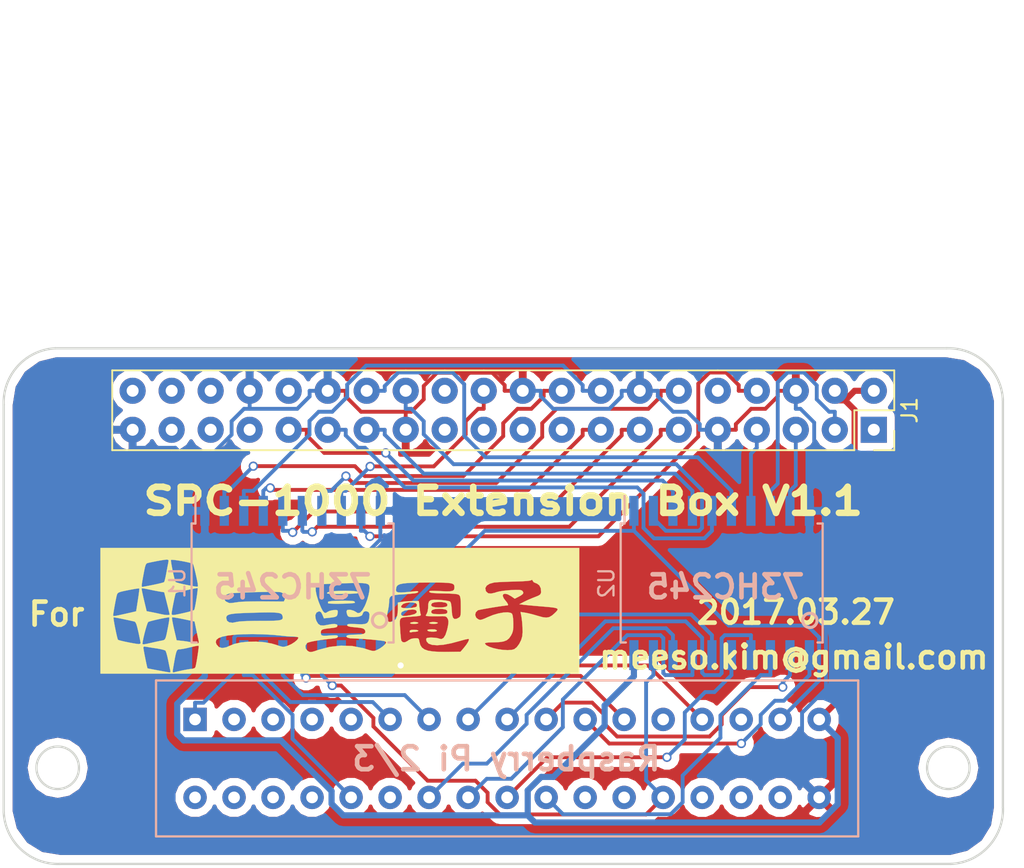
<source format=kicad_pcb>
(kicad_pcb (version 4) (host pcbnew 4.0.7)

  (general
    (links 50)
    (no_connects 0)
    (area 120.813282 87.501924 186.031418 121.250516)
    (thickness 1.6)
    (drawings 21)
    (tracks 386)
    (zones 0)
    (modules 5)
    (nets 65)
  )

  (page A4)
  (layers
    (0 F.Cu signal)
    (31 B.Cu signal)
    (32 B.Adhes user)
    (33 F.Adhes user)
    (34 B.Paste user)
    (35 F.Paste user)
    (36 B.SilkS user)
    (37 F.SilkS user)
    (38 B.Mask user)
    (39 F.Mask user)
    (40 Dwgs.User user)
    (41 Cmts.User user)
    (42 Eco1.User user)
    (43 Eco2.User user)
    (44 Edge.Cuts user)
    (45 Margin user)
    (46 B.CrtYd user)
    (47 F.CrtYd user)
    (48 B.Fab user)
    (49 F.Fab user)
  )

  (setup
    (last_trace_width 0.25)
    (trace_clearance 0.2)
    (zone_clearance 0.508)
    (zone_45_only no)
    (trace_min 0.2)
    (segment_width 0.2)
    (edge_width 0.15)
    (via_size 0.6)
    (via_drill 0.4)
    (via_min_size 0.4)
    (via_min_drill 0.3)
    (uvia_size 0.3)
    (uvia_drill 0.1)
    (uvias_allowed no)
    (uvia_min_size 0.2)
    (uvia_min_drill 0.1)
    (pcb_text_width 0.3)
    (pcb_text_size 1.5 1.5)
    (mod_edge_width 0.15)
    (mod_text_size 1 1)
    (mod_text_width 0.15)
    (pad_size 2 2)
    (pad_drill 1)
    (pad_to_mask_clearance 0.2)
    (aux_axis_origin 0 0)
    (visible_elements 7FFFFFFF)
    (pcbplotparams
      (layerselection 0x010f0_80000001)
      (usegerberextensions true)
      (excludeedgelayer true)
      (linewidth 0.100000)
      (plotframeref false)
      (viasonmask false)
      (mode 1)
      (useauxorigin false)
      (hpglpennumber 1)
      (hpglpenspeed 20)
      (hpglpendiameter 15)
      (hpglpenoverlay 2)
      (psnegative false)
      (psa4output false)
      (plotreference true)
      (plotvalue true)
      (plotinvisibletext false)
      (padsonsilk false)
      (subtractmaskfromsilk false)
      (outputformat 1)
      (mirror false)
      (drillshape 0)
      (scaleselection 1)
      (outputdirectory ./output))
  )

  (net 0 "")
  (net 1 "Net-(J1-Pad1)")
  (net 2 +5V)
  (net 3 /RD2)
  (net 4 /RD3)
  (net 5 GND)
  (net 6 /RD4)
  (net 7 /RWR)
  (net 8 /RRESET)
  (net 9 /RCLK)
  (net 10 /RA0)
  (net 11 /RA1)
  (net 12 "Net-(J1-Pad17)")
  (net 13 /RA2)
  (net 14 "Net-(J1-Pad19)")
  (net 15 "Net-(J1-Pad21)")
  (net 16 "Net-(J1-Pad23)")
  (net 17 /REXT1)
  (net 18 /RD7)
  (net 19 /RD0)
  (net 20 /RD1)
  (net 21 /RD5)
  (net 22 /RD6)
  (net 23 "Net-(J1-Pad32)")
  (net 24 "Net-(J1-Pad33)")
  (net 25 "Net-(J1-Pad35)")
  (net 26 "Net-(J1-Pad36)")
  (net 27 "Net-(J1-Pad37)")
  (net 28 "Net-(J1-Pad38)")
  (net 29 "Net-(J1-Pad40)")
  (net 30 /A2)
  (net 31 /A1)
  (net 32 /A0)
  (net 33 /D0)
  (net 34 /D1)
  (net 35 /D2)
  (net 36 /D3)
  (net 37 /RESET)
  (net 38 /CLK)
  (net 39 /WR)
  (net 40 "Net-(J2-Pad22)")
  (net 41 /D7)
  (net 42 /D6)
  (net 43 /D5)
  (net 44 /D4)
  (net 45 "Net-(J2-Pad28)")
  (net 46 "Net-(J2-Pad29)")
  (net 47 /EXT1)
  (net 48 "Net-(J2-Pad24)")
  (net 49 "Net-(J2-Pad25)")
  (net 50 "Net-(J2-Pad32)")
  (net 51 "Net-(J1-Pad24)")
  (net 52 "Net-(J1-Pad10)")
  (net 53 /RA4)
  (net 54 /A6)
  (net 55 /A12)
  (net 56 /A5)
  (net 57 /A7)
  (net 58 /A4)
  (net 59 /A8)
  (net 60 /A3)
  (net 61 /A9)
  (net 62 /A11)
  (net 63 /A10)
  (net 64 "Net-(J2-Pad30)")

  (net_class Default "This is the default net class."
    (clearance 0.2)
    (trace_width 0.25)
    (via_dia 0.6)
    (via_drill 0.4)
    (uvia_dia 0.3)
    (uvia_drill 0.1)
    (add_net /A0)
    (add_net /A1)
    (add_net /A10)
    (add_net /A11)
    (add_net /A12)
    (add_net /A2)
    (add_net /A3)
    (add_net /A4)
    (add_net /A5)
    (add_net /A6)
    (add_net /A7)
    (add_net /A8)
    (add_net /A9)
    (add_net /CLK)
    (add_net /D0)
    (add_net /D1)
    (add_net /D2)
    (add_net /D3)
    (add_net /D4)
    (add_net /D5)
    (add_net /D6)
    (add_net /D7)
    (add_net /EXT1)
    (add_net /RA0)
    (add_net /RA1)
    (add_net /RA2)
    (add_net /RA4)
    (add_net /RCLK)
    (add_net /RD0)
    (add_net /RD1)
    (add_net /RD2)
    (add_net /RD3)
    (add_net /RD4)
    (add_net /RD5)
    (add_net /RD6)
    (add_net /RD7)
    (add_net /RESET)
    (add_net /REXT1)
    (add_net /RRESET)
    (add_net /RWR)
    (add_net /WR)
    (add_net GND)
    (add_net "Net-(J1-Pad1)")
    (add_net "Net-(J1-Pad10)")
    (add_net "Net-(J1-Pad17)")
    (add_net "Net-(J1-Pad19)")
    (add_net "Net-(J1-Pad21)")
    (add_net "Net-(J1-Pad23)")
    (add_net "Net-(J1-Pad24)")
    (add_net "Net-(J1-Pad32)")
    (add_net "Net-(J1-Pad33)")
    (add_net "Net-(J1-Pad35)")
    (add_net "Net-(J1-Pad36)")
    (add_net "Net-(J1-Pad37)")
    (add_net "Net-(J1-Pad38)")
    (add_net "Net-(J1-Pad40)")
    (add_net "Net-(J2-Pad22)")
    (add_net "Net-(J2-Pad24)")
    (add_net "Net-(J2-Pad25)")
    (add_net "Net-(J2-Pad28)")
    (add_net "Net-(J2-Pad29)")
    (add_net "Net-(J2-Pad30)")
    (add_net "Net-(J2-Pad32)")
  )

  (net_class 5V ""
    (clearance 0.2)
    (trace_width 0.4)
    (via_dia 0.6)
    (via_drill 0.4)
    (uvia_dia 0.3)
    (uvia_drill 0.1)
    (add_net +5V)
  )

  (module rpspc:cardedge_female_2x17_2.54mm (layer B.Cu) (tedit 5ABA3D33) (tstamp 5A5B784F)
    (at 153.67 114.3 270)
    (path /5A3E9D10)
    (fp_text reference J2 (at 0 17.28 270) (layer B.SilkS) hide
      (effects (font (size 1 1) (thickness 0.15)) (justify mirror))
    )
    (fp_text value Conn_02x17_Top_Bottom (at 0 18.28 360) (layer B.Fab)
      (effects (font (size 1 1) (thickness 0.15)) (justify mirror))
    )
    (fp_line (start -5.08 22.86) (end 5.08 22.86) (layer B.SilkS) (width 0.15))
    (fp_line (start 5.08 22.86) (end 5.08 -22.86) (layer B.SilkS) (width 0.15))
    (fp_line (start 5.08 -22.86) (end -5.08 -22.86) (layer B.SilkS) (width 0.15))
    (fp_line (start -5.08 -22.86) (end -5.08 22.86) (layer B.SilkS) (width 0.15))
    (pad 1 thru_hole rect (at -2.54 20.32 270) (size 1.524 1.524) (drill 0.762) (layers *.Cu *.Mask)
      (net 54 /A6))
    (pad 2 thru_hole circle (at 2.54 20.32 270) (size 1.524 1.524) (drill 0.762) (layers *.Cu *.Mask)
      (net 55 /A12))
    (pad 3 thru_hole circle (at -2.54 17.78 270) (size 1.524 1.524) (drill 0.762) (layers *.Cu *.Mask)
      (net 56 /A5))
    (pad 4 thru_hole circle (at 2.54 17.78 270) (size 1.524 1.524) (drill 0.762) (layers *.Cu *.Mask)
      (net 57 /A7))
    (pad 5 thru_hole circle (at -2.54 15.24 270) (size 1.524 1.524) (drill 0.762) (layers *.Cu *.Mask)
      (net 58 /A4))
    (pad 6 thru_hole circle (at 2.54 15.24 270) (size 1.524 1.524) (drill 0.762) (layers *.Cu *.Mask)
      (net 59 /A8))
    (pad 7 thru_hole circle (at -2.54 12.7 270) (size 1.524 1.524) (drill 0.762) (layers *.Cu *.Mask)
      (net 60 /A3))
    (pad 8 thru_hole circle (at 2.54 12.7 270) (size 1.524 1.524) (drill 0.762) (layers *.Cu *.Mask)
      (net 61 /A9))
    (pad 9 thru_hole circle (at -2.54 10.16 270) (size 1.524 1.524) (drill 0.762) (layers *.Cu *.Mask)
      (net 30 /A2))
    (pad 10 thru_hole circle (at 2.54 10.16 270) (size 1.524 1.524) (drill 0.762) (layers *.Cu *.Mask)
      (net 62 /A11))
    (pad 11 thru_hole circle (at -2.54 7.62 270) (size 1.524 1.524) (drill 0.762) (layers *.Cu *.Mask)
      (net 31 /A1))
    (pad 12 thru_hole circle (at 2.54 7.62 270) (size 1.524 1.524) (drill 0.762) (layers *.Cu *.Mask)
      (net 63 /A10))
    (pad 13 thru_hole circle (at -2.54 5.08 270) (size 1.524 1.524) (drill 0.762) (layers *.Cu *.Mask)
      (net 32 /A0))
    (pad 14 thru_hole circle (at 2.54 5.08 270) (size 1.524 1.524) (drill 0.762) (layers *.Cu *.Mask)
      (net 41 /D7))
    (pad 15 thru_hole circle (at -2.54 2.54 270) (size 1.524 1.524) (drill 0.762) (layers *.Cu *.Mask)
      (net 33 /D0))
    (pad 16 thru_hole circle (at 2.54 2.54 270) (size 1.524 1.524) (drill 0.762) (layers *.Cu *.Mask)
      (net 42 /D6))
    (pad 17 thru_hole circle (at -2.54 0 270) (size 1.524 1.524) (drill 0.762) (layers *.Cu *.Mask)
      (net 34 /D1))
    (pad 18 thru_hole circle (at 2.54 0 270) (size 1.524 1.524) (drill 0.762) (layers *.Cu *.Mask)
      (net 43 /D5))
    (pad 19 thru_hole circle (at -2.54 -2.54 270) (size 1.524 1.524) (drill 0.762) (layers *.Cu *.Mask)
      (net 35 /D2))
    (pad 20 thru_hole circle (at 2.54 -2.54 270) (size 1.524 1.524) (drill 0.762) (layers *.Cu *.Mask)
      (net 44 /D4))
    (pad 21 thru_hole circle (at -2.54 -5.08 270) (size 1.524 1.524) (drill 0.762) (layers *.Cu *.Mask)
      (net 36 /D3))
    (pad 22 thru_hole circle (at 2.54 -5.08 270) (size 1.524 1.524) (drill 0.762) (layers *.Cu *.Mask)
      (net 40 "Net-(J2-Pad22)"))
    (pad 23 thru_hole circle (at -2.54 -7.62 270) (size 1.524 1.524) (drill 0.762) (layers *.Cu *.Mask)
      (net 37 /RESET))
    (pad 24 thru_hole circle (at 2.54 -7.62 270) (size 1.524 1.524) (drill 0.762) (layers *.Cu *.Mask)
      (net 48 "Net-(J2-Pad24)"))
    (pad 25 thru_hole circle (at -2.54 -10.16 270) (size 1.524 1.524) (drill 0.762) (layers *.Cu *.Mask)
      (net 49 "Net-(J2-Pad25)"))
    (pad 26 thru_hole circle (at 2.54 -10.16 270) (size 1.524 1.524) (drill 0.762) (layers *.Cu *.Mask)
      (net 47 /EXT1))
    (pad 27 thru_hole circle (at -2.54 -12.7 270) (size 1.524 1.524) (drill 0.762) (layers *.Cu *.Mask)
      (net 38 /CLK))
    (pad 28 thru_hole circle (at 2.54 -12.7 270) (size 1.524 1.524) (drill 0.762) (layers *.Cu *.Mask)
      (net 45 "Net-(J2-Pad28)"))
    (pad 29 thru_hole circle (at -2.54 -15.24 270) (size 1.524 1.524) (drill 0.762) (layers *.Cu *.Mask)
      (net 46 "Net-(J2-Pad29)"))
    (pad 30 thru_hole circle (at 2.54 -15.24 270) (size 1.524 1.524) (drill 0.762) (layers *.Cu *.Mask)
      (net 64 "Net-(J2-Pad30)"))
    (pad 31 thru_hole circle (at -2.54 -17.78 270) (size 1.524 1.524) (drill 0.762) (layers *.Cu *.Mask)
      (net 39 /WR))
    (pad 32 thru_hole circle (at 2.54 -17.78 270) (size 1.524 1.524) (drill 0.762) (layers *.Cu *.Mask)
      (net 50 "Net-(J2-Pad32)"))
    (pad 33 thru_hole circle (at -2.54 -20.32 270) (size 1.524 1.524) (drill 0.762) (layers *.Cu *.Mask)
      (net 2 +5V))
    (pad 34 thru_hole circle (at 2.54 -20.32 270) (size 1.524 1.524) (drill 0.762) (layers *.Cu *.Mask)
      (net 5 GND))
  )

  (module rpspc:samsunglogo (layer F.Cu) (tedit 5A5CBD0B) (tstamp 5A421309)
    (at 142.748 104.648)
    (fp_text reference G*** (at 0 0) (layer F.SilkS) hide
      (effects (font (thickness 0.3)))
    )
    (fp_text value LOGO (at -1.778 0) (layer F.SilkS) hide
      (effects (font (thickness 0.3)))
    )
    (fp_poly (pts (xy 15.621 4.1275) (xy -15.5575 4.1275) (xy -15.5575 2.430357) (xy -12.7635 2.430357)
      (xy -12.75183 2.523863) (xy -12.721053 2.702075) (xy -12.677518 2.933303) (xy -12.627574 3.185858)
      (xy -12.57757 3.42805) (xy -12.533856 3.628189) (xy -12.50278 3.754587) (xy -12.492695 3.781981)
      (xy -12.430501 3.796224) (xy -12.273212 3.827429) (xy -12.050716 3.870019) (xy -11.7929 3.918413)
      (xy -11.529654 3.967035) (xy -11.290865 4.010305) (xy -11.106421 4.042646) (xy -11.025719 4.055783)
      (xy -10.997319 4.011349) (xy -11.000215 3.9888) (xy -10.855575 3.9888) (xy -10.836794 4.049622)
      (xy -10.767948 4.044513) (xy -10.756646 4.041106) (xy -10.636938 4.010125) (xy -10.434732 3.963588)
      (xy -10.192007 3.911127) (xy -10.171724 3.906885) (xy -9.922359 3.859) (xy -9.704302 3.824369)
      (xy -9.562397 3.810058) (xy -9.556878 3.81) (xy -9.421605 3.766693) (xy -9.373001 3.698875)
      (xy -9.339229 3.55783) (xy -9.298591 3.345954) (xy -9.25585 3.094507) (xy -9.215766 2.834748)
      (xy -9.183103 2.597937) (xy -9.162621 2.415336) (xy -9.159084 2.318203) (xy -9.161548 2.310786)
      (xy -9.233163 2.311067) (xy -9.396511 2.339124) (xy -9.6208 2.389326) (xy -9.702852 2.40977)
      (xy -9.9622 2.471128) (xy -10.192052 2.516932) (xy -10.350794 2.539095) (xy -10.373208 2.54)
      (xy -10.454625 2.543066) (xy -10.518467 2.56287) (xy -10.570417 2.61532) (xy -10.616159 2.716321)
      (xy -10.661377 2.881782) (xy -10.711754 3.127609) (xy -10.772974 3.46971) (xy -10.835229 3.833096)
      (xy -10.855575 3.9888) (xy -11.000215 3.9888) (xy -11.008909 3.921125) (xy -11.038379 3.794186)
      (xy -11.083255 3.581802) (xy -11.135299 3.323308) (xy -11.151883 3.2385) (xy -11.207359 2.9851)
      (xy -11.264485 2.777233) (xy -11.313558 2.648633) (xy -11.327444 2.628178) (xy -11.420583 2.586402)
      (xy -11.604324 2.538704) (xy -11.843131 2.493916) (xy -11.90625 2.484355) (xy -12.171195 2.444547)
      (xy -12.40783 2.406185) (xy -12.571294 2.376594) (xy -12.588875 2.372898) (xy -12.719856 2.362725)
      (xy -12.763007 2.418083) (xy -12.7635 2.430357) (xy -15.5575 2.430357) (xy -15.5575 0.463251)
      (xy -14.708419 0.463251) (xy -14.707479 0.5323) (xy -14.684247 0.694651) (xy -14.644813 0.919815)
      (xy -14.59527 1.177308) (xy -14.541709 1.436641) (xy -14.490221 1.66733) (xy -14.446897 1.838886)
      (xy -14.417828 1.920824) (xy -14.416982 1.921883) (xy -14.340999 1.95241) (xy -14.17205 1.996926)
      (xy -13.942504 2.048916) (xy -13.684729 2.101864) (xy -13.431092 2.149256) (xy -13.213964 2.184578)
      (xy -13.065711 2.201314) (xy -13.030021 2.201037) (xy -12.978386 2.174875) (xy -12.822816 2.174875)
      (xy -12.804028 2.211129) (xy -12.725196 2.217477) (xy -12.565963 2.192202) (xy -12.305976 2.133589)
      (xy -12.291307 2.130075) (xy -12.026716 2.069335) (xy -11.76119 2.012714) (xy -11.622409 1.985569)
      (xy -11.506248 1.964532) (xy -11.422494 1.938046) (xy -11.361333 1.886389) (xy -11.312951 1.789836)
      (xy -11.267534 1.628664) (xy -11.215266 1.38315) (xy -11.146333 1.033568) (xy -11.144783 1.025714)
      (xy -11.100849 0.781589) (xy -11.074097 0.588561) (xy -11.071388 0.534933) (xy -10.898274 0.534933)
      (xy -10.872969 0.705036) (xy -10.82622 0.947169) (xy -10.764587 1.2267) (xy -10.595296 1.95469)
      (xy -10.175704 1.999625) (xy -9.93765 2.030889) (xy -9.735355 2.067587) (xy -9.624681 2.097754)
      (xy -9.45987 2.139714) (xy -9.310688 2.154974) (xy -9.188854 2.1479) (xy -9.151383 2.093988)
      (xy -9.153491 2.080336) (xy -8.048712 2.080336) (xy -8.000367 2.223683) (xy -7.846937 2.395079)
      (xy -7.633288 2.45893) (xy -7.368435 2.414155) (xy -7.167624 2.323288) (xy -6.83058 2.188581)
      (xy -6.40428 2.096111) (xy -5.919503 2.046632) (xy -5.407029 2.040898) (xy -4.897634 2.079665)
      (xy -4.4221 2.163687) (xy -4.128855 2.248779) (xy -3.889367 2.330703) (xy -3.728709 2.373179)
      (xy -3.605951 2.379025) (xy -3.480161 2.351059) (xy -3.340902 2.30303) (xy -3.335754 2.300674)
      (xy -2.207849 2.300674) (xy -2.200179 2.478573) (xy -2.086489 2.627996) (xy -2.081371 2.631649)
      (xy -1.987136 2.69198) (xy -1.900285 2.719581) (xy -1.789663 2.711959) (xy -1.62411 2.666622)
      (xy -1.372468 2.581076) (xy -1.349681 2.573118) (xy -0.631762 2.383229) (xy 0.108175 2.301704)
      (xy 0.843836 2.329005) (xy 1.548927 2.465597) (xy 1.723815 2.519009) (xy 1.972415 2.599089)
      (xy 2.13702 2.641076) (xy 2.253892 2.647711) (xy 2.359293 2.621733) (xy 2.468681 2.575275)
      (xy 2.662473 2.468573) (xy 2.845071 2.336491) (xy 2.984074 2.205937) (xy 3.04708 2.103823)
      (xy 3.048 2.09414) (xy 2.994327 2.035878) (xy 2.905125 2.003283) (xy 2.73975 1.976989)
      (xy 2.481373 1.946922) (xy 2.163819 1.915952) (xy 1.820911 1.886955) (xy 1.486473 1.862803)
      (xy 1.194329 1.846369) (xy 0.989096 1.840527) (xy 0.696115 1.824445) (xy 0.517158 1.778925)
      (xy 0.456347 1.705421) (xy 0.471862 1.658099) (xy 0.557191 1.621648) (xy 0.747086 1.597224)
      (xy 1.01945 1.587554) (xy 1.043722 1.5875) (xy 1.368037 1.575546) (xy 1.577146 1.53642)
      (xy 1.680875 1.465227) (xy 1.689049 1.357068) (xy 1.657275 1.281725) (xy 1.601287 1.21755)
      (xy 1.497324 1.172848) (xy 1.318775 1.140237) (xy 1.049618 1.113215) (xy 0.776165 1.085574)
      (xy 0.608782 1.054516) (xy 0.526557 1.014506) (xy 0.508 0.969897) (xy 0.52472 0.92451)
      (xy 0.589791 0.898659) (xy 0.725573 0.889864) (xy 0.954429 0.895643) (xy 1.109498 0.903157)
      (xy 1.437432 0.912735) (xy 1.661873 0.892899) (xy 1.805147 0.831544) (xy 1.889577 0.716565)
      (xy 1.937486 0.535855) (xy 1.950829 0.446914) (xy 1.951871 0.42848) (xy 3.086616 0.42848)
      (xy 3.109599 0.637273) (xy 3.208777 0.74557) (xy 3.29904 0.762) (xy 3.521501 0.715122)
      (xy 3.678557 0.570877) (xy 3.773463 0.323842) (xy 3.783341 0.226384) (xy 4.009432 0.226384)
      (xy 4.021573 0.280826) (xy 4.069689 0.346502) (xy 4.164987 0.374894) (xy 4.331491 0.3674)
      (xy 4.59323 0.325416) (xy 4.639419 0.316756) (xy 4.893422 0.249395) (xy 5.023946 0.165872)
      (xy 5.033758 0.063866) (xy 5.001055 0.01314) (xy 4.919812 -0.034947) (xy 4.768277 -0.047645)
      (xy 4.544313 -0.030491) (xy 4.242887 0.024879) (xy 4.064656 0.110467) (xy 4.009432 0.226384)
      (xy 3.783341 0.226384) (xy 3.809473 -0.031404) (xy 3.81 -0.08922) (xy 3.81 -0.272273)
      (xy 4.016107 -0.272273) (xy 4.028423 -0.189593) (xy 4.160089 -0.144052) (xy 4.409816 -0.136457)
      (xy 4.521685 -0.142683) (xy 4.750918 -0.166783) (xy 4.930732 -0.199845) (xy 5.022657 -0.234769)
      (xy 5.023128 -0.235229) (xy 5.055659 -0.339732) (xy 5.043537 -0.402132) (xy 4.95583 -0.471799)
      (xy 4.785584 -0.508586) (xy 4.572799 -0.512964) (xy 4.35748 -0.485406) (xy 4.179628 -0.426384)
      (xy 4.124431 -0.391284) (xy 4.016107 -0.272273) (xy 3.81 -0.272273) (xy 3.81 -0.502246)
      (xy 4.048125 -0.548195) (xy 4.237841 -0.572817) (xy 4.494873 -0.59119) (xy 4.73075 -0.598698)
      (xy 5.17525 -0.60325) (xy 5.211831 -0.22225) (xy 5.239225 0.000956) (xy 5.272114 0.182894)
      (xy 5.295669 0.263802) (xy 5.303997 0.315294) (xy 5.259522 0.350904) (xy 5.14098 0.376686)
      (xy 4.927112 0.398692) (xy 4.782838 0.409803) (xy 4.436361 0.433614) (xy 4.197016 0.457414)
      (xy 4.04617 0.498857) (xy 3.965191 0.575595) (xy 3.935445 0.705281) (xy 3.938299 0.905568)
      (xy 3.955114 1.193992) (xy 3.973657 1.485137) (xy 3.995941 1.736626) (xy 4.018779 1.91652)
      (xy 4.034003 1.984375) (xy 4.12697 2.077508) (xy 4.273866 2.082403) (xy 4.438771 2.000582)
      (xy 4.479943 1.965499) (xy 4.679068 1.857788) (xy 4.894244 1.822624) (xy 5.066833 1.820303)
      (xy 5.153006 1.85432) (xy 5.193155 1.954059) (xy 5.211198 2.053171) (xy 5.268961 2.262492)
      (xy 5.372217 2.425294) (xy 5.534341 2.546377) (xy 5.768706 2.63054) (xy 6.088686 2.682582)
      (xy 6.507653 2.707304) (xy 7.038981 2.709503) (xy 7.040039 2.70949) (xy 7.888829 2.69875)
      (xy 8.090358 2.465438) (xy 8.258496 2.252827) (xy 8.37877 2.065225) (xy 8.437231 1.927045)
      (xy 8.430974 1.869307) (xy 8.358159 1.870312) (xy 8.194278 1.903636) (xy 7.969174 1.962743)
      (xy 7.86467 1.993347) (xy 7.285393 2.148828) (xy 6.783884 2.243934) (xy 6.366261 2.27894)
      (xy 6.038641 2.254126) (xy 5.807142 2.169769) (xy 5.677881 2.026146) (xy 5.6515 1.892863)
      (xy 5.670542 1.826209) (xy 5.746934 1.79133) (xy 5.90957 1.778834) (xy 6.004924 1.778)
      (xy 6.22465 1.789064) (xy 6.405845 1.817434) (xy 6.476574 1.841272) (xy 6.641263 1.878916)
      (xy 6.7838 1.80085) (xy 6.906539 1.604037) (xy 7.011838 1.285442) (xy 7.055425 1.095428)
      (xy 7.097074 0.860711) (xy 7.102472 0.705151) (xy 7.071084 0.586033) (xy 7.048466 0.539688)
      (xy 6.980641 0.441319) (xy 6.887555 0.394725) (xy 6.726749 0.383943) (xy 6.639436 0.385903)
      (xy 6.380431 0.390515) (xy 6.085573 0.39053) (xy 5.949524 0.388627) (xy 5.744381 0.382358)
      (xy 5.643971 0.366338) (xy 5.62605 0.328308) (xy 5.668375 0.256005) (xy 5.679649 0.23987)
      (xy 5.741273 0.088368) (xy 5.743105 0.077281) (xy 5.976512 0.077281) (xy 5.990325 0.154481)
      (xy 6.039021 0.207782) (xy 6.150969 0.238806) (xy 6.350973 0.252312) (xy 6.50875 0.254)
      (xy 6.768205 0.248147) (xy 6.925867 0.227415) (xy 7.006537 0.187043) (xy 7.027174 0.154481)
      (xy 7.028706 0.032351) (xy 6.920001 -0.047819) (xy 6.696666 -0.088129) (xy 6.507404 -0.094061)
      (xy 6.214907 -0.075123) (xy 6.039578 -0.018795) (xy 5.976512 0.077281) (xy 5.743105 0.077281)
      (xy 5.775767 -0.120319) (xy 5.7785 -0.192493) (xy 5.786729 -0.366871) (xy 5.97639 -0.366871)
      (xy 5.990325 -0.290019) (xy 6.07236 -0.23305) (xy 6.24085 -0.196969) (xy 6.456981 -0.181775)
      (xy 6.681937 -0.18747) (xy 6.876904 -0.214052) (xy 7.003066 -0.261523) (xy 7.027174 -0.290019)
      (xy 7.028526 -0.412182) (xy 6.919392 -0.492621) (xy 6.695439 -0.533423) (xy 6.508779 -0.53975)
      (xy 6.215389 -0.521236) (xy 6.039366 -0.464303) (xy 5.97639 -0.366871) (xy 5.786729 -0.366871)
      (xy 5.789187 -0.418951) (xy 5.834857 -0.568629) (xy 5.93592 -0.654504) (xy 6.112785 -0.689551)
      (xy 6.385864 -0.686745) (xy 6.54054 -0.676949) (xy 6.80885 -0.651406) (xy 7.033222 -0.618073)
      (xy 7.180323 -0.582447) (xy 7.214012 -0.565888) (xy 7.263914 -0.459803) (xy 7.299801 -0.247493)
      (xy 7.315805 -0.016907) (xy 7.341991 0.290524) (xy 7.397203 0.482179) (xy 7.488915 0.56744)
      (xy 7.6246 0.555688) (xy 7.731672 0.505161) (xy 7.810195 0.45627) (xy 7.860639 0.398543)
      (xy 7.889214 0.30543) (xy 7.889471 0.302338) (xy 8.841983 0.302338) (xy 8.900442 0.466404)
      (xy 8.950961 0.518713) (xy 9.056863 0.594038) (xy 9.156554 0.624149) (xy 9.281808 0.605785)
      (xy 9.464395 0.535683) (xy 9.66102 0.445814) (xy 10.005884 0.306529) (xy 10.352037 0.205478)
      (xy 10.674933 0.146116) (xy 10.950027 0.131896) (xy 11.152771 0.166274) (xy 11.240558 0.223525)
      (xy 11.284498 0.342599) (xy 11.314501 0.563312) (xy 11.326906 0.84265) (xy 11.32427 1.125804)
      (xy 11.302727 1.326387) (xy 11.25397 1.488384) (xy 11.175198 1.646039) (xy 11.049397 1.827479)
      (xy 10.894698 1.953435) (xy 10.686972 2.03313) (xy 10.402085 2.075789) (xy 10.015906 2.090633)
      (xy 10.011833 2.090669) (xy 9.72938 2.098018) (xy 9.558038 2.115795) (xy 9.482168 2.146461)
      (xy 9.476772 2.174875) (xy 9.570436 2.280315) (xy 9.762765 2.378853) (xy 10.025431 2.465145)
      (xy 10.330109 2.533849) (xy 10.648472 2.579622) (xy 10.952194 2.597121) (xy 11.212948 2.581002)
      (xy 11.384504 2.534708) (xy 11.547641 2.407258) (xy 11.706215 2.195271) (xy 11.83526 1.939564)
      (xy 11.909811 1.680951) (xy 11.910846 1.674235) (xy 11.927821 1.427135) (xy 11.922643 1.104632)
      (xy 11.897984 0.755873) (xy 11.85652 0.430006) (xy 11.837418 0.324897) (xy 11.794097 0.110045)
      (xy 12.104173 0.156437) (xy 12.319841 0.199319) (xy 12.598778 0.269021) (xy 12.884102 0.351218)
      (xy 12.910637 0.359524) (xy 13.232148 0.448706) (xy 13.472897 0.477792) (xy 13.666278 0.442345)
      (xy 13.845682 0.33793) (xy 13.985875 0.21668) (xy 14.116946 0.08981) (xy 14.195904 -0.005573)
      (xy 14.211471 -0.075754) (xy 14.152368 -0.127019) (xy 14.00732 -0.165655) (xy 13.765049 -0.197948)
      (xy 13.414279 -0.230184) (xy 13.1445 -0.25232) (xy 12.798838 -0.281329) (xy 12.472452 -0.310432)
      (xy 12.199812 -0.336446) (xy 12.015389 -0.356186) (xy 12.0015 -0.357897) (xy 11.71575 -0.393907)
      (xy 12.03325 -0.557836) (xy 12.278823 -0.674637) (xy 12.564941 -0.796747) (xy 12.73175 -0.861394)
      (xy 12.945339 -0.947205) (xy 13.065149 -1.021588) (xy 13.119835 -1.106846) (xy 13.133501 -1.174087)
      (xy 13.118202 -1.422092) (xy 13.021601 -1.622858) (xy 12.861498 -1.744242) (xy 12.80942 -1.759291)
      (xy 12.651864 -1.829051) (xy 12.587476 -1.919999) (xy 12.54652 -1.995514) (xy 12.509901 -1.969149)
      (xy 12.427158 -1.935999) (xy 12.222682 -1.909033) (xy 11.894809 -1.888108) (xy 11.441878 -1.873079)
      (xy 11.395031 -1.872013) (xy 11.018085 -1.8616) (xy 10.666563 -1.848023) (xy 10.368375 -1.832646)
      (xy 10.15143 -1.816834) (xy 10.068195 -1.80713) (xy 9.78277 -1.728326) (xy 9.591414 -1.605414)
      (xy 9.503941 -1.450083) (xy 9.530168 -1.274027) (xy 9.567369 -1.210608) (xy 9.687741 -1.109659)
      (xy 9.864847 -1.087008) (xy 10.117666 -1.141794) (xy 10.231391 -1.180497) (xy 10.415421 -1.227131)
      (xy 10.68351 -1.270108) (xy 10.992742 -1.303292) (xy 11.177213 -1.315795) (xy 11.486184 -1.328674)
      (xy 11.693182 -1.32806) (xy 11.822728 -1.311782) (xy 11.899343 -1.277673) (xy 11.928805 -1.24933)
      (xy 11.980131 -1.149461) (xy 11.943298 -1.057504) (xy 11.805646 -0.955319) (xy 11.673586 -0.883688)
      (xy 11.417789 -0.75319) (xy 11.182356 -0.916345) (xy 10.955264 -1.041319) (xy 10.778274 -1.080345)
      (xy 10.666678 -1.043189) (xy 10.63577 -0.939616) (xy 10.700843 -0.77939) (xy 10.788271 -0.664712)
      (xy 10.924537 -0.490799) (xy 10.985765 -0.36987) (xy 10.964126 -0.318265) (xy 10.954622 -0.3175)
      (xy 10.830538 -0.307318) (xy 10.617899 -0.279857) (xy 10.344798 -0.239744) (xy 10.039328 -0.191608)
      (xy 9.72958 -0.140078) (xy 9.443649 -0.08978) (xy 9.209625 -0.045344) (xy 9.055603 -0.011397)
      (xy 9.012376 0.002474) (xy 8.881143 0.132152) (xy 8.841983 0.302338) (xy 7.889471 0.302338)
      (xy 7.902134 0.150379) (xy 7.905611 -0.09316) (xy 7.90575 -0.238861) (xy 7.900932 -0.558274)
      (xy 7.884453 -0.773947) (xy 7.853275 -0.908847) (xy 7.807323 -0.983056) (xy 7.740585 -1.024088)
      (xy 7.622517 -1.05382) (xy 7.433904 -1.074404) (xy 7.155528 -1.087993) (xy 6.796553 -1.096284)
      (xy 6.421848 -1.105002) (xy 6.15717 -1.118127) (xy 5.985571 -1.137539) (xy 5.890103 -1.16512)
      (xy 5.854404 -1.200852) (xy 5.859568 -1.2383) (xy 5.917656 -1.260601) (xy 6.047218 -1.268996)
      (xy 6.266805 -1.264725) (xy 6.583756 -1.249634) (xy 6.942035 -1.23428) (xy 7.192649 -1.236605)
      (xy 7.354311 -1.261703) (xy 7.44573 -1.314667) (xy 7.485618 -1.400592) (xy 7.493 -1.497175)
      (xy 7.486057 -1.590767) (xy 7.455878 -1.663578) (xy 7.388436 -1.718138) (xy 7.269704 -1.756973)
      (xy 7.085656 -1.782614) (xy 6.822265 -1.797589) (xy 6.465504 -1.804425) (xy 6.001346 -1.805652)
      (xy 5.784553 -1.805145) (xy 5.21418 -1.800698) (xy 4.758016 -1.789953) (xy 4.403345 -1.770981)
      (xy 4.137452 -1.741853) (xy 3.947621 -1.700638) (xy 3.821135 -1.645408) (xy 3.74528 -1.574232)
      (xy 3.70854 -1.490117) (xy 3.681002 -1.32335) (xy 3.711606 -1.219629) (xy 3.818191 -1.168246)
      (xy 4.018594 -1.158493) (xy 4.238708 -1.171854) (xy 4.5074 -1.195531) (xy 4.753636 -1.220682)
      (xy 4.92741 -1.242167) (xy 4.937125 -1.243642) (xy 5.0868 -1.245732) (xy 5.141341 -1.207512)
      (xy 5.089329 -1.152547) (xy 4.997033 -1.120008) (xy 4.875704 -1.101336) (xy 4.660176 -1.079146)
      (xy 4.383081 -1.056475) (xy 4.134448 -1.039753) (xy 3.779895 -1.013467) (xy 3.533091 -0.977851)
      (xy 3.374795 -0.922179) (xy 3.285763 -0.835724) (xy 3.246753 -0.70776) (xy 3.2385 -0.540343)
      (xy 3.221774 -0.321593) (xy 3.178766 -0.053475) (xy 3.140043 0.120054) (xy 3.086616 0.42848)
      (xy 1.951871 0.42848) (xy 1.961357 0.260728) (xy 1.921512 0.149579) (xy 1.866975 0.098514)
      (xy 1.728033 0.053131) (xy 1.598063 0.0905) (xy 1.526841 0.192661) (xy 1.524 0.22225)
      (xy 1.46436 0.335452) (xy 1.290592 0.410007) (xy 1.010418 0.443057) (xy 0.923352 0.4445)
      (xy 0.717374 0.439029) (xy 0.60118 0.41262) (xy 0.537692 0.350273) (xy 0.503836 0.274799)
      (xy 0.458522 0.086446) (xy 0.504586 -0.015382) (xy 0.648011 -0.038165) (xy 0.743702 -0.025037)
      (xy 0.923137 0.026282) (xy 1.054394 0.094255) (xy 1.066567 0.104996) (xy 1.207974 0.188923)
      (xy 1.350305 0.155041) (xy 1.496679 0.000805) (xy 1.650213 -0.276329) (xy 1.715259 -0.424393)
      (xy 1.819058 -0.709922) (xy 1.902796 -1.006479) (xy 1.949926 -1.254559) (xy 1.952154 -1.276217)
      (xy 1.96412 -1.427909) (xy 1.960577 -1.5471) (xy 1.928367 -1.637241) (xy 1.854329 -1.701779)
      (xy 1.725302 -1.744165) (xy 1.528126 -1.767848) (xy 1.249642 -1.776276) (xy 0.876689 -1.772899)
      (xy 0.396107 -1.761167) (xy 0.130092 -1.753769) (xy -0.341566 -1.738076) (xy -0.751664 -1.71946)
      (xy -1.085608 -1.698894) (xy -1.328805 -1.677352) (xy -1.466658 -1.655805) (xy -1.491196 -1.645676)
      (xy -1.544513 -1.509971) (xy -1.540667 -1.281101) (xy -1.482408 -0.977881) (xy -1.37249 -0.619125)
      (xy -1.320669 -0.479657) (xy -1.187 -0.158361) (xy -1.07543 0.050552) (xy -0.976329 0.157672)
      (xy -0.880066 0.173589) (xy -0.781593 0.113082) (xy -0.64831 0.04422) (xy -0.452676 -0.003325)
      (xy -0.381 -0.011248) (xy -0.205985 -0.019341) (xy -0.124808 0.002948) (xy -0.104755 0.075348)
      (xy -0.108598 0.153047) (xy -0.130197 0.296378) (xy -0.187681 0.385763) (xy -0.308267 0.438927)
      (xy -0.519168 0.473592) (xy -0.617467 0.484437) (xy -1.007124 0.525164) (xy -1.10549 0.289742)
      (xy -1.187907 0.133367) (xy -1.276529 0.074458) (xy -1.346775 0.074785) (xy -1.492154 0.149868)
      (xy -1.562429 0.307252) (xy -1.551945 0.522906) (xy -1.493104 0.696608) (xy -1.380745 0.885072)
      (xy -1.239206 0.980712) (xy -1.038836 0.995077) (xy -0.823425 0.957472) (xy -0.522288 0.903111)
      (xy -0.295507 0.893059) (xy -0.15952 0.926773) (xy -0.127 0.980502) (xy -0.137426 1.050827)
      (xy -0.185966 1.096952) (xy -0.298513 1.128803) (xy -0.500961 1.156303) (xy -0.61851 1.168889)
      (xy -0.895226 1.20212) (xy -1.068749 1.240017) (xy -1.162677 1.294557) (xy -1.200606 1.377715)
      (xy -1.2065 1.467293) (xy -1.195246 1.57458) (xy -1.144684 1.635853) (xy -1.02962 1.66006)
      (xy -0.824859 1.656152) (xy -0.6985 1.647733) (xy -0.4157 1.630017) (xy -0.236671 1.628212)
      (xy -0.138895 1.64481) (xy -0.099855 1.682304) (xy -0.09525 1.7145) (xy -0.153319 1.793347)
      (xy -0.28575 1.82736) (xy -0.773397 1.877921) (xy -1.210012 1.933873) (xy -1.579207 1.992424)
      (xy -1.864594 2.05078) (xy -2.049788 2.106148) (xy -2.10722 2.137856) (xy -2.207849 2.300674)
      (xy -3.335754 2.300674) (xy -3.117983 2.201025) (xy -2.911561 2.069274) (xy -2.752453 1.931502)
      (xy -2.671476 1.811431) (xy -2.667 1.784273) (xy -2.725205 1.741156) (xy -2.879824 1.717196)
      (xy -2.970291 1.7145) (xy -3.186407 1.706442) (xy -3.469516 1.685241) (xy -3.760835 1.655359)
      (xy -3.779916 1.653069) (xy -4.349978 1.599605) (xy -4.989256 1.565816) (xy -5.64752 1.552805)
      (xy -6.274543 1.561678) (xy -6.751076 1.5877) (xy -7.243976 1.641319) (xy -7.615663 1.715088)
      (xy -7.870663 1.811311) (xy -8.013504 1.932292) (xy -8.048712 2.080336) (xy -9.153491 2.080336)
      (xy -9.172752 1.95562) (xy -9.173409 1.952625) (xy -9.20819 1.790786) (xy -9.2587 1.551796)
      (xy -9.314968 1.282877) (xy -9.324221 1.23839) (xy -9.42975 0.73053) (xy -10.145607 0.578413)
      (xy -10.431223 0.521308) (xy -10.526709 0.504928) (xy -7.366 0.504928) (xy -7.315243 0.683733)
      (xy -7.171346 0.787616) (xy -6.946871 0.812055) (xy -6.667081 0.756533) (xy -6.526967 0.733408)
      (xy -6.278959 0.714224) (xy -5.942126 0.699824) (xy -5.535539 0.69105) (xy -5.131768 0.688656)
      (xy -4.65687 0.687566) (xy -4.294918 0.681231) (xy -4.031871 0.666385) (xy -3.853691 0.639761)
      (xy -3.746339 0.598095) (xy -3.695776 0.53812) (xy -3.687961 0.456571) (xy -3.707068 0.357252)
      (xy -3.736907 0.285348) (xy -3.795122 0.229603) (xy -3.895331 0.188631) (xy -4.051152 0.161045)
      (xy -4.276202 0.14546) (xy -4.584099 0.14049) (xy -4.988462 0.14475) (xy -5.502906 0.156852)
      (xy -5.639079 0.160623) (xy -6.156995 0.177375) (xy -6.561475 0.196745) (xy -6.866084 0.221436)
      (xy -7.084385 0.254153) (xy -7.229942 0.2976) (xy -7.316321 0.354481) (xy -7.357084 0.427502)
      (xy -7.366 0.504928) (xy -10.526709 0.504928) (xy -10.669275 0.480472) (xy -10.833702 0.459921)
      (xy -10.89767 0.462503) (xy -10.898274 0.534933) (xy -11.071388 0.534933) (xy -11.068483 0.477454)
      (xy -11.072579 0.463255) (xy -11.142974 0.463622) (xy -11.305265 0.488306) (xy -11.528196 0.530585)
      (xy -11.780514 0.58374) (xy -12.030962 0.641051) (xy -12.248288 0.695798) (xy -12.401236 0.741261)
      (xy -12.442623 0.757821) (xy -12.484844 0.830177) (xy -12.544657 0.996628) (xy -12.613939 1.226903)
      (xy -12.684568 1.490728) (xy -12.748422 1.75783) (xy -12.797379 1.997935) (xy -12.822816 2.174875)
      (xy -12.978386 2.174875) (xy -12.950087 2.160537) (xy -12.942065 2.14122) (xy -12.952943 2.062325)
      (xy -12.986443 1.887418) (xy -13.03702 1.644324) (xy -13.084831 1.424939) (xy -13.155863 1.120963)
      (xy -13.213608 0.920489) (xy -13.2667 0.801925) (xy -13.323777 0.74368) (xy -13.363287 0.728758)
      (xy -13.806505 0.630522) (xy -14.174768 0.552461) (xy -14.455938 0.496971) (xy -14.637879 0.466447)
      (xy -14.708419 0.463251) (xy -15.5575 0.463251) (xy -15.5575 0.333375) (xy -14.731759 0.333375)
      (xy -14.72397 0.364601) (xy -14.684617 0.376564) (xy -14.590335 0.366994) (xy -14.417757 0.333624)
      (xy -14.1605 0.277919) (xy -13.893753 0.218698) (xy -13.644401 0.162366) (xy -13.464619 0.120715)
      (xy -13.458986 0.119371) (xy -13.233721 0.06553) (xy -13.119074 -0.669782) (xy -13.07603 -0.959337)
      (xy -13.044343 -1.199232) (xy -13.02711 -1.363959) (xy -13.027097 -1.427764) (xy -13.094607 -1.425224)
      (xy -13.260448 -1.401051) (xy -13.498603 -1.359432) (xy -13.743472 -1.31247) (xy -14.046035 -1.250788)
      (xy -14.247205 -1.202522) (xy -14.370365 -1.157419) (xy -14.438898 -1.105232) (xy -14.476187 -1.035708)
      (xy -14.492503 -0.984129) (xy -14.52357 -0.85338) (xy -14.566491 -0.643148) (xy -14.614739 -0.38937)
      (xy -14.661787 -0.127983) (xy -14.70111 0.105075) (xy -14.726182 0.273865) (xy -14.731759 0.333375)
      (xy -15.5575 0.333375) (xy -15.5575 -1.431907) (xy -12.876761 -1.431907) (xy -12.871828 -1.364915)
      (xy -12.841353 -1.199573) (xy -12.79036 -0.960798) (xy -12.724141 -0.674643) (xy -12.548486 0.059585)
      (xy -12.195618 0.127696) (xy -11.950695 0.177077) (xy -11.718445 0.227273) (xy -11.6205 0.25009)
      (xy -11.395593 0.293393) (xy -11.204988 0.309599) (xy -11.081194 0.297576) (xy -11.051715 0.269875)
      (xy -11.064708 0.206375) (xy -10.921347 0.206375) (xy -10.91604 0.265065) (xy -10.88602 0.299166)
      (xy -10.811386 0.307928) (xy -10.672235 0.290598) (xy -10.448668 0.246427) (xy -10.128902 0.176463)
      (xy -9.859379 0.11233) (xy -9.638324 0.051597) (xy -9.493982 0.002496) (xy -9.453904 -0.020264)
      (xy -9.424307 -0.108241) (xy -9.385582 -0.28493) (xy -9.34264 -0.518817) (xy -9.309604 -0.72178)
      (xy -7.488947 -0.72178) (xy -7.435211 -0.619643) (xy -7.372 -0.563589) (xy -7.168931 -0.470516)
      (xy -7.024029 -0.472193) (xy -6.839008 -0.499206) (xy -6.60424 -0.531908) (xy -6.50875 -0.544807)
      (xy -6.346507 -0.557515) (xy -6.082899 -0.567772) (xy -5.743544 -0.575045) (xy -5.354062 -0.578799)
      (xy -4.940074 -0.578499) (xy -4.904507 -0.578269) (xy -3.617763 -0.569339) (xy -3.548599 -0.721137)
      (xy -3.516205 -0.911901) (xy -3.598683 -1.064948) (xy -3.785919 -1.16508) (xy -3.854933 -1.181413)
      (xy -3.990882 -1.192569) (xy -4.230329 -1.197795) (xy -4.54994 -1.197738) (xy -4.926384 -1.193045)
      (xy -5.336328 -1.184364) (xy -5.75644 -1.172342) (xy -6.163387 -1.157627) (xy -6.533837 -1.140865)
      (xy -6.844458 -1.122704) (xy -7.071918 -1.103791) (xy -7.174839 -1.089307) (xy -7.353503 -1.019672)
      (xy -7.450871 -0.886476) (xy -7.45931 -0.864011) (xy -7.488947 -0.72178) (xy -9.309604 -0.72178)
      (xy -9.300389 -0.778388) (xy -9.26374 -1.032128) (xy -9.237603 -1.248521) (xy -9.226888 -1.396055)
      (xy -9.232259 -1.442926) (xy -9.301532 -1.440849) (xy -9.463013 -1.413386) (xy -9.68613 -1.367623)
      (xy -9.940314 -1.310645) (xy -10.194993 -1.24954) (xy -10.419597 -1.191393) (xy -10.583555 -1.143292)
      (xy -10.655695 -1.112973) (xy -10.680036 -1.041451) (xy -10.719822 -0.877516) (xy -10.768474 -0.65383)
      (xy -10.819418 -0.403056) (xy -10.866075 -0.157857) (xy -10.90187 0.049106) (xy -10.920226 0.185168)
      (xy -10.921347 0.206375) (xy -11.064708 0.206375) (xy -11.067531 0.19258) (xy -11.108394 0.018963)
      (xy -11.167886 -0.224258) (xy -11.230923 -0.476122) (xy -11.407417 -1.174493) (xy -11.688584 -1.218434)
      (xy -11.901134 -1.255691) (xy -12.173714 -1.308806) (xy -12.411738 -1.358659) (xy -12.631744 -1.402947)
      (xy -12.797289 -1.429428) (xy -12.875207 -1.432878) (xy -12.876761 -1.431907) (xy -15.5575 -1.431907)
      (xy -15.5575 -1.589834) (xy -12.870805 -1.589834) (xy -12.862356 -1.537824) (xy -12.839403 -1.524006)
      (xy -12.83872 -1.524) (xy -12.755958 -1.535908) (xy -12.577427 -1.568088) (xy -12.331752 -1.615233)
      (xy -12.121467 -1.657053) (xy -11.845377 -1.715808) (xy -11.616653 -1.770245) (xy -11.463457 -1.813313)
      (xy -11.415094 -1.833884) (xy -11.382685 -1.913144) (xy -11.338091 -2.084703) (xy -11.289616 -2.315523)
      (xy -11.276986 -2.383457) (xy -11.227343 -2.653098) (xy -11.180258 -2.9005) (xy -11.144851 -3.077873)
      (xy -11.141081 -3.095625) (xy -11.124389 -3.208998) (xy -10.965705 -3.208998) (xy -10.943252 -3.044811)
      (xy -10.903529 -2.818851) (xy -10.852835 -2.561952) (xy -10.79747 -2.304945) (xy -10.743733 -2.078664)
      (xy -10.697924 -1.913941) (xy -10.671964 -1.84837) (xy -10.598173 -1.81267) (xy -10.427652 -1.76212)
      (xy -10.18865 -1.70444) (xy -10.00125 -1.66505) (xy -9.675061 -1.600738) (xy -9.453294 -1.559543)
      (xy -9.315802 -1.539843) (xy -9.24244 -1.540019) (xy -9.213062 -1.55845) (xy -9.207521 -1.593517)
      (xy -9.2075 -1.601215) (xy -9.221334 -1.718952) (xy -9.257899 -1.918226) (xy -9.309797 -2.166645)
      (xy -9.369628 -2.431817) (xy -9.42999 -2.681349) (xy -9.483484 -2.882848) (xy -9.52271 -3.003922)
      (xy -9.532019 -3.021716) (xy -9.612881 -3.059467) (xy -9.785164 -3.106926) (xy -10.017222 -3.158377)
      (xy -10.27741 -3.2081) (xy -10.534082 -3.250377) (xy -10.755593 -3.279491) (xy -10.910299 -3.289722)
      (xy -10.964587 -3.280581) (xy -10.965705 -3.208998) (xy -11.124389 -3.208998) (xy -11.120394 -3.236125)
      (xy -11.155268 -3.292378) (xy -11.247438 -3.301949) (xy -11.383491 -3.2888) (xy -11.612244 -3.253132)
      (xy -11.902549 -3.20053) (xy -12.223253 -3.136579) (xy -12.484733 -3.080111) (xy -12.555584 -3.045754)
      (xy -12.610185 -2.962949) (xy -12.659097 -2.806554) (xy -12.712884 -2.55143) (xy -12.717875 -2.525148)
      (xy -12.788285 -2.147693) (xy -12.835854 -1.877501) (xy -12.862666 -1.697304) (xy -12.870805 -1.589834)
      (xy -15.5575 -1.589834) (xy -15.5575 -4.064) (xy 15.621 -4.064) (xy 15.621 4.1275)) (layer F.SilkS) (width 0.01))
    (fp_poly (pts (xy 0.621483 -0.621508) (xy 0.830058 -0.60867) (xy 0.952923 -0.588305) (xy 0.970146 -0.579254)
      (xy 1.016522 -0.505355) (xy 1.011766 -0.485584) (xy 0.932082 -0.467008) (xy 0.756684 -0.45127)
      (xy 0.514322 -0.438856) (xy 0.233745 -0.430249) (xy -0.056298 -0.425935) (xy -0.327059 -0.426398)
      (xy -0.549787 -0.432123) (xy -0.695735 -0.443596) (xy -0.737411 -0.456087) (xy -0.741924 -0.545416)
      (xy -0.731356 -0.55985) (xy -0.645466 -0.584907) (xy -0.463302 -0.604513) (xy -0.215194 -0.618322)
      (xy 0.068526 -0.625988) (xy 0.357529 -0.627165) (xy 0.621483 -0.621508)) (layer F.SilkS) (width 0.01))
    (fp_poly (pts (xy 0.684525 -1.264728) (xy 0.958459 -1.249561) (xy 1.127273 -1.225479) (xy 1.177361 -1.202276)
      (xy 1.201805 -1.124183) (xy 1.196504 -1.111838) (xy 1.123364 -1.098173) (xy 0.951191 -1.086785)
      (xy 0.706662 -1.077891) (xy 0.416456 -1.071709) (xy 0.107252 -1.068457) (xy -0.194273 -1.068354)
      (xy -0.46144 -1.071616) (xy -0.667571 -1.078463) (xy -0.785988 -1.089113) (xy -0.803756 -1.095494)
      (xy -0.783662 -1.1577) (xy -0.644594 -1.207392) (xy -0.39407 -1.2434) (xy -0.039608 -1.264556)
      (xy 0.317886 -1.27) (xy 0.684525 -1.264728)) (layer F.SilkS) (width 0.01))
    (fp_poly (pts (xy 5.028164 1.282612) (xy 5.130388 1.314522) (xy 5.1435 1.3335) (xy 5.088441 1.378559)
      (xy 4.958193 1.397) (xy 4.786467 1.409908) (xy 4.672443 1.435543) (xy 4.587545 1.429648)
      (xy 4.572 1.372043) (xy 4.603099 1.306088) (xy 4.714119 1.27548) (xy 4.85775 1.27)
      (xy 5.028164 1.282612)) (layer F.SilkS) (width 0.01))
    (fp_poly (pts (xy 6.220027 1.246254) (xy 6.334938 1.2978) (xy 6.35 1.340293) (xy 6.294995 1.37636)
      (xy 6.161073 1.39385) (xy 5.994872 1.393289) (xy 5.843029 1.375202) (xy 5.752182 1.340115)
      (xy 5.74675 1.3335) (xy 5.728674 1.289129) (xy 5.764532 1.264487) (xy 5.882524 1.249263)
      (xy 6.00075 1.240613) (xy 6.220027 1.246254)) (layer F.SilkS) (width 0.01))
    (fp_poly (pts (xy 5.050912 0.77628) (xy 5.137678 0.811894) (xy 5.1435 0.8255) (xy 5.086699 0.863163)
      (xy 4.942794 0.885926) (xy 4.854002 0.889) (xy 4.677509 0.876923) (xy 4.601725 0.843761)
      (xy 4.60375 0.8255) (xy 4.687008 0.78491) (xy 4.844935 0.76316) (xy 4.893247 0.762)
      (xy 5.050912 0.77628)) (layer F.SilkS) (width 0.01))
    (fp_poly (pts (xy 6.298164 0.774612) (xy 6.400388 0.806522) (xy 6.4135 0.8255) (xy 6.356744 0.863369)
      (xy 6.213146 0.886086) (xy 6.12775 0.889) (xy 5.957335 0.876387) (xy 5.855111 0.844477)
      (xy 5.842 0.8255) (xy 5.898755 0.78763) (xy 6.042353 0.764913) (xy 6.12775 0.762)
      (xy 6.298164 0.774612)) (layer F.SilkS) (width 0.01))
  )

  (module Housings_SOIC:SOIC-20W_7.5x12.8mm_Pitch1.27mm (layer B.Cu) (tedit 58CC8F64) (tstamp 5A5B79FE)
    (at 139.7 102.87 270)
    (descr "20-Lead Plastic Small Outline (SO) - Wide, 7.50 mm Body [SOIC] (see Microchip Packaging Specification 00000049BS.pdf)")
    (tags "SOIC 1.27")
    (path /5A40DFA5)
    (attr smd)
    (fp_text reference U1 (at 0 7.5 270) (layer B.SilkS)
      (effects (font (size 1 1) (thickness 0.15)) (justify mirror))
    )
    (fp_text value 74LS245 (at 0 -7.5 270) (layer B.Fab)
      (effects (font (size 1 1) (thickness 0.15)) (justify mirror))
    )
    (fp_text user %R (at 0 0 270) (layer B.Fab)
      (effects (font (size 1 1) (thickness 0.15)) (justify mirror))
    )
    (fp_line (start -2.75 6.4) (end 3.75 6.4) (layer B.Fab) (width 0.15))
    (fp_line (start 3.75 6.4) (end 3.75 -6.4) (layer B.Fab) (width 0.15))
    (fp_line (start 3.75 -6.4) (end -3.75 -6.4) (layer B.Fab) (width 0.15))
    (fp_line (start -3.75 -6.4) (end -3.75 5.4) (layer B.Fab) (width 0.15))
    (fp_line (start -3.75 5.4) (end -2.75 6.4) (layer B.Fab) (width 0.15))
    (fp_line (start -5.95 6.75) (end -5.95 -6.75) (layer B.CrtYd) (width 0.05))
    (fp_line (start 5.95 6.75) (end 5.95 -6.75) (layer B.CrtYd) (width 0.05))
    (fp_line (start -5.95 6.75) (end 5.95 6.75) (layer B.CrtYd) (width 0.05))
    (fp_line (start -5.95 -6.75) (end 5.95 -6.75) (layer B.CrtYd) (width 0.05))
    (fp_line (start -3.875 6.575) (end -3.875 6.325) (layer B.SilkS) (width 0.15))
    (fp_line (start 3.875 6.575) (end 3.875 6.24) (layer B.SilkS) (width 0.15))
    (fp_line (start 3.875 -6.575) (end 3.875 -6.24) (layer B.SilkS) (width 0.15))
    (fp_line (start -3.875 -6.575) (end -3.875 -6.24) (layer B.SilkS) (width 0.15))
    (fp_line (start -3.875 6.575) (end 3.875 6.575) (layer B.SilkS) (width 0.15))
    (fp_line (start -3.875 -6.575) (end 3.875 -6.575) (layer B.SilkS) (width 0.15))
    (fp_line (start -3.875 6.325) (end -5.675 6.325) (layer B.SilkS) (width 0.15))
    (pad 1 smd rect (at -4.7 5.715 270) (size 1.95 0.6) (layers B.Cu B.Paste B.Mask)
      (net 5 GND))
    (pad 2 smd rect (at -4.7 4.445 270) (size 1.95 0.6) (layers B.Cu B.Paste B.Mask)
      (net 13 /RA2))
    (pad 3 smd rect (at -4.7 3.175 270) (size 1.95 0.6) (layers B.Cu B.Paste B.Mask)
      (net 11 /RA1))
    (pad 4 smd rect (at -4.7 1.905 270) (size 1.95 0.6) (layers B.Cu B.Paste B.Mask)
      (net 10 /RA0))
    (pad 5 smd rect (at -4.7 0.635 270) (size 1.95 0.6) (layers B.Cu B.Paste B.Mask)
      (net 8 /RRESET))
    (pad 6 smd rect (at -4.7 -0.635 270) (size 1.95 0.6) (layers B.Cu B.Paste B.Mask)
      (net 17 /REXT1))
    (pad 7 smd rect (at -4.7 -1.905 270) (size 1.95 0.6) (layers B.Cu B.Paste B.Mask)
      (net 9 /RCLK))
    (pad 8 smd rect (at -4.7 -3.175 270) (size 1.95 0.6) (layers B.Cu B.Paste B.Mask)
      (net 53 /RA4))
    (pad 9 smd rect (at -4.7 -4.445 270) (size 1.95 0.6) (layers B.Cu B.Paste B.Mask)
      (net 7 /RWR))
    (pad 10 smd rect (at -4.7 -5.715 270) (size 1.95 0.6) (layers B.Cu B.Paste B.Mask)
      (net 5 GND))
    (pad 11 smd rect (at 4.7 -5.715 270) (size 1.95 0.6) (layers B.Cu B.Paste B.Mask)
      (net 39 /WR))
    (pad 12 smd rect (at 4.7 -4.445 270) (size 1.95 0.6) (layers B.Cu B.Paste B.Mask)
      (net 54 /A6))
    (pad 13 smd rect (at 4.7 -3.175 270) (size 1.95 0.6) (layers B.Cu B.Paste B.Mask)
      (net 38 /CLK))
    (pad 14 smd rect (at 4.7 -1.905 270) (size 1.95 0.6) (layers B.Cu B.Paste B.Mask)
      (net 47 /EXT1))
    (pad 15 smd rect (at 4.7 -0.635 270) (size 1.95 0.6) (layers B.Cu B.Paste B.Mask)
      (net 37 /RESET))
    (pad 16 smd rect (at 4.7 0.635 270) (size 1.95 0.6) (layers B.Cu B.Paste B.Mask)
      (net 32 /A0))
    (pad 17 smd rect (at 4.7 1.905 270) (size 1.95 0.6) (layers B.Cu B.Paste B.Mask)
      (net 31 /A1))
    (pad 18 smd rect (at 4.7 3.175 270) (size 1.95 0.6) (layers B.Cu B.Paste B.Mask)
      (net 62 /A11))
    (pad 19 smd rect (at 4.7 4.445 270) (size 1.95 0.6) (layers B.Cu B.Paste B.Mask)
      (net 5 GND))
    (pad 20 smd rect (at 4.7 5.715 270) (size 1.95 0.6) (layers B.Cu B.Paste B.Mask)
      (net 2 +5V))
    (model ${KISYS3DMOD}/Housings_SOIC.3dshapes/SOIC-20W_7.5x12.8mm_Pitch1.27mm.wrl
      (at (xyz 0 0 0))
      (scale (xyz 1 1 1))
      (rotate (xyz 0 0 0))
    )
  )

  (module Housings_SOIC:SOIC-20W_7.5x12.8mm_Pitch1.27mm (layer B.Cu) (tedit 58CC8F64) (tstamp 5A5B7A27)
    (at 167.64 102.87 270)
    (descr "20-Lead Plastic Small Outline (SO) - Wide, 7.50 mm Body [SOIC] (see Microchip Packaging Specification 00000049BS.pdf)")
    (tags "SOIC 1.27")
    (path /5A3E9CA7)
    (attr smd)
    (fp_text reference U2 (at 0 7.5 270) (layer B.SilkS)
      (effects (font (size 1 1) (thickness 0.15)) (justify mirror))
    )
    (fp_text value 74LS245 (at 0 -7.5 270) (layer B.Fab)
      (effects (font (size 1 1) (thickness 0.15)) (justify mirror))
    )
    (fp_text user %R (at 0 0 270) (layer B.Fab)
      (effects (font (size 1 1) (thickness 0.15)) (justify mirror))
    )
    (fp_line (start -2.75 6.4) (end 3.75 6.4) (layer B.Fab) (width 0.15))
    (fp_line (start 3.75 6.4) (end 3.75 -6.4) (layer B.Fab) (width 0.15))
    (fp_line (start 3.75 -6.4) (end -3.75 -6.4) (layer B.Fab) (width 0.15))
    (fp_line (start -3.75 -6.4) (end -3.75 5.4) (layer B.Fab) (width 0.15))
    (fp_line (start -3.75 5.4) (end -2.75 6.4) (layer B.Fab) (width 0.15))
    (fp_line (start -5.95 6.75) (end -5.95 -6.75) (layer B.CrtYd) (width 0.05))
    (fp_line (start 5.95 6.75) (end 5.95 -6.75) (layer B.CrtYd) (width 0.05))
    (fp_line (start -5.95 6.75) (end 5.95 6.75) (layer B.CrtYd) (width 0.05))
    (fp_line (start -5.95 -6.75) (end 5.95 -6.75) (layer B.CrtYd) (width 0.05))
    (fp_line (start -3.875 6.575) (end -3.875 6.325) (layer B.SilkS) (width 0.15))
    (fp_line (start 3.875 6.575) (end 3.875 6.24) (layer B.SilkS) (width 0.15))
    (fp_line (start 3.875 -6.575) (end 3.875 -6.24) (layer B.SilkS) (width 0.15))
    (fp_line (start -3.875 -6.575) (end -3.875 -6.24) (layer B.SilkS) (width 0.15))
    (fp_line (start -3.875 6.575) (end 3.875 6.575) (layer B.SilkS) (width 0.15))
    (fp_line (start -3.875 -6.575) (end 3.875 -6.575) (layer B.SilkS) (width 0.15))
    (fp_line (start -3.875 6.325) (end -5.675 6.325) (layer B.SilkS) (width 0.15))
    (pad 1 smd rect (at -4.7 5.715 270) (size 1.95 0.6) (layers B.Cu B.Paste B.Mask)
      (net 39 /WR))
    (pad 2 smd rect (at -4.7 4.445 270) (size 1.95 0.6) (layers B.Cu B.Paste B.Mask)
      (net 18 /RD7))
    (pad 3 smd rect (at -4.7 3.175 270) (size 1.95 0.6) (layers B.Cu B.Paste B.Mask)
      (net 22 /RD6))
    (pad 4 smd rect (at -4.7 1.905 270) (size 1.95 0.6) (layers B.Cu B.Paste B.Mask)
      (net 19 /RD0))
    (pad 5 smd rect (at -4.7 0.635 270) (size 1.95 0.6) (layers B.Cu B.Paste B.Mask)
      (net 21 /RD5))
    (pad 6 smd rect (at -4.7 -0.635 270) (size 1.95 0.6) (layers B.Cu B.Paste B.Mask)
      (net 20 /RD1))
    (pad 7 smd rect (at -4.7 -1.905 270) (size 1.95 0.6) (layers B.Cu B.Paste B.Mask)
      (net 6 /RD4))
    (pad 8 smd rect (at -4.7 -3.175 270) (size 1.95 0.6) (layers B.Cu B.Paste B.Mask)
      (net 3 /RD2))
    (pad 9 smd rect (at -4.7 -4.445 270) (size 1.95 0.6) (layers B.Cu B.Paste B.Mask)
      (net 4 /RD3))
    (pad 10 smd rect (at -4.7 -5.715 270) (size 1.95 0.6) (layers B.Cu B.Paste B.Mask)
      (net 5 GND))
    (pad 11 smd rect (at 4.7 -5.715 270) (size 1.95 0.6) (layers B.Cu B.Paste B.Mask)
      (net 36 /D3))
    (pad 12 smd rect (at 4.7 -4.445 270) (size 1.95 0.6) (layers B.Cu B.Paste B.Mask)
      (net 35 /D2))
    (pad 13 smd rect (at 4.7 -3.175 270) (size 1.95 0.6) (layers B.Cu B.Paste B.Mask)
      (net 44 /D4))
    (pad 14 smd rect (at 4.7 -1.905 270) (size 1.95 0.6) (layers B.Cu B.Paste B.Mask)
      (net 34 /D1))
    (pad 15 smd rect (at 4.7 -0.635 270) (size 1.95 0.6) (layers B.Cu B.Paste B.Mask)
      (net 43 /D5))
    (pad 16 smd rect (at 4.7 0.635 270) (size 1.95 0.6) (layers B.Cu B.Paste B.Mask)
      (net 33 /D0))
    (pad 17 smd rect (at 4.7 1.905 270) (size 1.95 0.6) (layers B.Cu B.Paste B.Mask)
      (net 42 /D6))
    (pad 18 smd rect (at 4.7 3.175 270) (size 1.95 0.6) (layers B.Cu B.Paste B.Mask)
      (net 41 /D7))
    (pad 19 smd rect (at 4.7 4.445 270) (size 1.95 0.6) (layers B.Cu B.Paste B.Mask)
      (net 47 /EXT1))
    (pad 20 smd rect (at 4.7 5.715 270) (size 1.95 0.6) (layers B.Cu B.Paste B.Mask)
      (net 2 +5V))
    (model ${KISYS3DMOD}/Housings_SOIC.3dshapes/SOIC-20W_7.5x12.8mm_Pitch1.27mm.wrl
      (at (xyz 0 0 0))
      (scale (xyz 1 1 1))
      (rotate (xyz 0 0 0))
    )
  )

  (module Socket_Strips:Socket_Strip_Straight_2x20_Pitch2.54mm (layer F.Cu) (tedit 58CD544A) (tstamp 5A5CC0D3)
    (at 177.546 92.8878 270)
    (descr "Through hole straight socket strip, 2x20, 2.54mm pitch, double rows")
    (tags "Through hole socket strip THT 2x20 2.54mm double row")
    (path /5A3E9C84)
    (fp_text reference J1 (at -1.27 -2.33 270) (layer F.SilkS)
      (effects (font (size 1 1) (thickness 0.15)))
    )
    (fp_text value RPi_GPIO (at -1.27 50.59 270) (layer F.Fab)
      (effects (font (size 1 1) (thickness 0.15)))
    )
    (fp_line (start -3.81 -1.27) (end -3.81 49.53) (layer F.Fab) (width 0.1))
    (fp_line (start -3.81 49.53) (end 1.27 49.53) (layer F.Fab) (width 0.1))
    (fp_line (start 1.27 49.53) (end 1.27 -1.27) (layer F.Fab) (width 0.1))
    (fp_line (start 1.27 -1.27) (end -3.81 -1.27) (layer F.Fab) (width 0.1))
    (fp_line (start 1.33 1.27) (end 1.33 49.59) (layer F.SilkS) (width 0.12))
    (fp_line (start 1.33 49.59) (end -3.87 49.59) (layer F.SilkS) (width 0.12))
    (fp_line (start -3.87 49.59) (end -3.87 -1.33) (layer F.SilkS) (width 0.12))
    (fp_line (start -3.87 -1.33) (end -1.27 -1.33) (layer F.SilkS) (width 0.12))
    (fp_line (start -1.27 -1.33) (end -1.27 1.27) (layer F.SilkS) (width 0.12))
    (fp_line (start -1.27 1.27) (end 1.33 1.27) (layer F.SilkS) (width 0.12))
    (fp_line (start 1.33 0) (end 1.33 -1.33) (layer F.SilkS) (width 0.12))
    (fp_line (start 1.33 -1.33) (end 0.06 -1.33) (layer F.SilkS) (width 0.12))
    (fp_line (start -4.35 -1.8) (end -4.35 50.05) (layer F.CrtYd) (width 0.05))
    (fp_line (start -4.35 50.05) (end 1.8 50.05) (layer F.CrtYd) (width 0.05))
    (fp_line (start 1.8 50.05) (end 1.8 -1.8) (layer F.CrtYd) (width 0.05))
    (fp_line (start 1.8 -1.8) (end -4.35 -1.8) (layer F.CrtYd) (width 0.05))
    (fp_text user %R (at -1.27 -2.33 270) (layer F.Fab)
      (effects (font (size 1 1) (thickness 0.15)))
    )
    (pad 1 thru_hole rect (at 0 0 270) (size 1.7 1.7) (drill 0.78) (layers *.Cu *.Mask)
      (net 1 "Net-(J1-Pad1)"))
    (pad 2 thru_hole oval (at -2.54 0 270) (size 1.7 1.7) (drill 0.78) (layers *.Cu *.Mask)
      (net 2 +5V))
    (pad 3 thru_hole oval (at 0 2.54 270) (size 1.7 1.7) (drill 0.78) (layers *.Cu *.Mask)
      (net 3 /RD2))
    (pad 4 thru_hole oval (at -2.54 2.54 270) (size 1.7 1.7) (drill 0.78) (layers *.Cu *.Mask)
      (net 2 +5V))
    (pad 5 thru_hole oval (at 0 5.08 270) (size 1.7 1.7) (drill 0.78) (layers *.Cu *.Mask)
      (net 4 /RD3))
    (pad 6 thru_hole oval (at -2.54 5.08 270) (size 1.7 1.7) (drill 0.78) (layers *.Cu *.Mask)
      (net 5 GND))
    (pad 7 thru_hole oval (at 0 7.62 270) (size 1.7 1.7) (drill 0.78) (layers *.Cu *.Mask)
      (net 6 /RD4))
    (pad 8 thru_hole oval (at -2.54 7.62 270) (size 1.7 1.7) (drill 0.78) (layers *.Cu *.Mask)
      (net 7 /RWR))
    (pad 9 thru_hole oval (at 0 10.16 270) (size 1.7 1.7) (drill 0.78) (layers *.Cu *.Mask)
      (net 5 GND))
    (pad 10 thru_hole oval (at -2.54 10.16 270) (size 1.7 1.7) (drill 0.78) (layers *.Cu *.Mask)
      (net 52 "Net-(J1-Pad10)"))
    (pad 11 thru_hole oval (at 0 12.7 270) (size 1.7 1.7) (drill 0.78) (layers *.Cu *.Mask)
      (net 17 /REXT1))
    (pad 12 thru_hole oval (at -2.54 12.7 270) (size 1.7 1.7) (drill 0.78) (layers *.Cu *.Mask)
      (net 9 /RCLK))
    (pad 13 thru_hole oval (at 0 15.24 270) (size 1.7 1.7) (drill 0.78) (layers *.Cu *.Mask)
      (net 8 /RRESET))
    (pad 14 thru_hole oval (at -2.54 15.24 270) (size 1.7 1.7) (drill 0.78) (layers *.Cu *.Mask)
      (net 5 GND))
    (pad 15 thru_hole oval (at 0 17.78 270) (size 1.7 1.7) (drill 0.78) (layers *.Cu *.Mask)
      (net 10 /RA0))
    (pad 16 thru_hole oval (at -2.54 17.78 270) (size 1.7 1.7) (drill 0.78) (layers *.Cu *.Mask)
      (net 11 /RA1))
    (pad 17 thru_hole oval (at 0 20.32 270) (size 1.7 1.7) (drill 0.78) (layers *.Cu *.Mask)
      (net 12 "Net-(J1-Pad17)"))
    (pad 18 thru_hole oval (at -2.54 20.32 270) (size 1.7 1.7) (drill 0.78) (layers *.Cu *.Mask)
      (net 13 /RA2))
    (pad 19 thru_hole oval (at 0 22.86 270) (size 1.7 1.7) (drill 0.78) (layers *.Cu *.Mask)
      (net 14 "Net-(J1-Pad19)"))
    (pad 20 thru_hole oval (at -2.54 22.86 270) (size 1.7 1.7) (drill 0.78) (layers *.Cu *.Mask)
      (net 5 GND))
    (pad 21 thru_hole oval (at 0 25.4 270) (size 1.7 1.7) (drill 0.78) (layers *.Cu *.Mask)
      (net 15 "Net-(J1-Pad21)"))
    (pad 22 thru_hole oval (at -2.54 25.4 270) (size 1.7 1.7) (drill 0.78) (layers *.Cu *.Mask)
      (net 53 /RA4))
    (pad 23 thru_hole oval (at 0 27.94 270) (size 1.7 1.7) (drill 0.78) (layers *.Cu *.Mask)
      (net 16 "Net-(J1-Pad23)"))
    (pad 24 thru_hole oval (at -2.54 27.94 270) (size 1.7 1.7) (drill 0.78) (layers *.Cu *.Mask)
      (net 51 "Net-(J1-Pad24)"))
    (pad 25 thru_hole oval (at 0 30.48 270) (size 1.7 1.7) (drill 0.78) (layers *.Cu *.Mask)
      (net 5 GND))
    (pad 26 thru_hole oval (at -2.54 30.48 270) (size 1.7 1.7) (drill 0.78) (layers *.Cu *.Mask)
      (net 18 /RD7))
    (pad 27 thru_hole oval (at 0 33.02 270) (size 1.7 1.7) (drill 0.78) (layers *.Cu *.Mask)
      (net 19 /RD0))
    (pad 28 thru_hole oval (at -2.54 33.02 270) (size 1.7 1.7) (drill 0.78) (layers *.Cu *.Mask)
      (net 20 /RD1))
    (pad 29 thru_hole oval (at 0 35.56 270) (size 1.7 1.7) (drill 0.78) (layers *.Cu *.Mask)
      (net 21 /RD5))
    (pad 30 thru_hole oval (at -2.54 35.56 270) (size 1.7 1.7) (drill 0.78) (layers *.Cu *.Mask)
      (net 5 GND))
    (pad 31 thru_hole oval (at 0 38.1 270) (size 1.7 1.7) (drill 0.78) (layers *.Cu *.Mask)
      (net 22 /RD6))
    (pad 32 thru_hole oval (at -2.54 38.1 270) (size 1.7 1.7) (drill 0.78) (layers *.Cu *.Mask)
      (net 23 "Net-(J1-Pad32)"))
    (pad 33 thru_hole oval (at 0 40.64 270) (size 1.7 1.7) (drill 0.78) (layers *.Cu *.Mask)
      (net 24 "Net-(J1-Pad33)"))
    (pad 34 thru_hole oval (at -2.54 40.64 270) (size 1.7 1.7) (drill 0.78) (layers *.Cu *.Mask)
      (net 5 GND))
    (pad 35 thru_hole oval (at 0 43.18 270) (size 1.7 1.7) (drill 0.78) (layers *.Cu *.Mask)
      (net 25 "Net-(J1-Pad35)"))
    (pad 36 thru_hole oval (at -2.54 43.18 270) (size 1.7 1.7) (drill 0.78) (layers *.Cu *.Mask)
      (net 26 "Net-(J1-Pad36)"))
    (pad 37 thru_hole oval (at 0 45.72 270) (size 1.7 1.7) (drill 0.78) (layers *.Cu *.Mask)
      (net 27 "Net-(J1-Pad37)"))
    (pad 38 thru_hole oval (at -2.54 45.72 270) (size 1.7 1.7) (drill 0.78) (layers *.Cu *.Mask)
      (net 28 "Net-(J1-Pad38)"))
    (pad 39 thru_hole oval (at 0 48.26 270) (size 1.7 1.7) (drill 0.78) (layers *.Cu *.Mask)
      (net 5 GND))
    (pad 40 thru_hole oval (at -2.54 48.26 270) (size 1.7 1.7) (drill 0.78) (layers *.Cu *.Mask)
      (net 29 "Net-(J1-Pad40)"))
    (model ${KISYS3DMOD}/Socket_Strips.3dshapes/Socket_Strip_Straight_2x20_Pitch2.54mm.wrl
      (at (xyz -0.05 -0.95 0))
      (scale (xyz 1 1 1))
      (rotate (xyz 0 0 270))
    )
  )

  (gr_circle (center 145.3642 105.298627) (end 145.6944 105.628827) (layer B.SilkS) (width 0.2) (tstamp 5ABA3DAA))
  (gr_circle (center 173.3804 105.3084) (end 173.7106 105.6386) (layer B.SilkS) (width 0.2))
  (gr_text "Raspberry Pi 2/3" (at 153.6192 114.3254) (layer B.SilkS)
    (effects (font (size 1.5 1.5) (thickness 0.3)) (justify mirror))
  )
  (gr_circle (center 182.3974 114.9096) (end 183.642 115.5192) (layer Edge.Cuts) (width 0.15) (tstamp 5A6EC009))
  (gr_circle (center 124.407628 114.9096) (end 125.652228 115.5192) (layer Edge.Cuts) (width 0.15) (tstamp 5A6EBFE5))
  (gr_text 73HC245 (at 139.7 103.124) (layer B.SilkS)
    (effects (font (size 1.5 1.5) (thickness 0.3)) (justify mirror))
  )
  (gr_text 73HC245 (at 167.894 103.124) (layer B.SilkS)
    (effects (font (size 1.5 1.5) (thickness 0.3)) (justify mirror))
  )
  (gr_text "SPC-1000 Extension Box V1.1" (at 153.416 97.536) (layer F.SilkS)
    (effects (font (size 1.7 2) (thickness 0.425)))
  )
  (dimension 65.405 (width 0.3) (layer Dwgs.User) (tstamp 5A5B95E5)
    (gr_text "65.405 mm" (at 155 85) (layer Dwgs.User) (tstamp 5A5B95E6)
      (effects (font (size 1.5 1.5) (thickness 0.3)))
    )
    (feature1 (pts (xy 121.031 86.21014) (xy 121.031 81.60514)))
    (feature2 (pts (xy 186.436 86.21014) (xy 186.436 81.60514)))
    (crossbar (pts (xy 186.436 84.30514) (xy 121.031 84.30514)))
    (arrow1a (pts (xy 121.031 84.30514) (xy 122.157504 83.718719)))
    (arrow1b (pts (xy 121.031 84.30514) (xy 122.157504 84.891561)))
    (arrow2a (pts (xy 186.436 84.30514) (xy 185.309496 83.718719)))
    (arrow2b (pts (xy 186.436 84.30514) (xy 185.309496 84.891561)))
  )
  (gr_arc (start 124.433858 91.120352) (end 120.890558 91.247352) (angle 89.19032176) (layer Edge.Cuts) (width 0.15) (tstamp 5A42109B))
  (gr_arc (start 124.432452 117.62994) (end 124.559452 121.17324) (angle 89.19032176) (layer Edge.Cuts) (width 0.15) (tstamp 5A421099))
  (gr_arc (start 182.410842 117.629548) (end 185.954142 117.502548) (angle 89.19032176) (layer Edge.Cuts) (width 0.15) (tstamp 5A421097))
  (gr_arc (start 182.4101 91.1225) (end 182.2831 87.5792) (angle 89.19032176) (layer Edge.Cuts) (width 0.15))
  (gr_line (start 185.951252 117.5026) (end 185.951252 90.945442) (angle 90) (layer Edge.Cuts) (width 0.15))
  (gr_line (start 124.559452 121.17324) (end 182.5879 121.17324) (angle 90) (layer Edge.Cuts) (width 0.15))
  (gr_line (start 120.8913 91.247352) (end 120.8913 117.8068) (angle 90) (layer Edge.Cuts) (width 0.15))
  (gr_line (start 182.2831 87.5792) (end 124.2568 87.5792) (angle 90) (layer Edge.Cuts) (width 0.15))
  (gr_text For (at 124.333 104.902) (layer F.SilkS)
    (effects (font (size 1.5 1.5) (thickness 0.3)))
  )
  (gr_text 2017.03.27 (at 172.466 104.775) (layer F.SilkS)
    (effects (font (size 1.5 1.5) (thickness 0.3)))
  )
  (gr_text meeso.kim@gmail.com (at 172.339 107.696) (layer F.SilkS)
    (effects (font (size 1.5 1.5) (thickness 0.3)))
  )
  (gr_line (start 183.9468 65.62344) (end 183.9468 64.98844) (angle 90) (layer F.Paste) (width 0.2))

  (segment (start 175.006 90.3478) (end 175.006 90.9729) (width 0.4) (layer F.Cu) (net 2))
  (segment (start 177.546 90.3478) (end 176.2957 90.3478) (width 0.4) (layer F.Cu) (net 2))
  (segment (start 133.985 107.57) (end 133.985 108.9453) (width 0.4) (layer B.Cu) (net 2))
  (segment (start 176.2956 109.4544) (end 173.99 111.76) (width 0.4) (layer F.Cu) (net 2))
  (segment (start 176.2956 91.5979) (end 176.2956 109.4544) (width 0.4) (layer F.Cu) (net 2))
  (segment (start 175.6706 90.9729) (end 176.2956 91.5979) (width 0.4) (layer F.Cu) (net 2))
  (segment (start 175.006 90.9729) (end 175.6706 90.9729) (width 0.4) (layer F.Cu) (net 2))
  (segment (start 175.6706 90.9729) (end 176.2957 90.3478) (width 0.4) (layer F.Cu) (net 2))
  (segment (start 161.925 107.57) (end 161.925 108.9453) (width 0.4) (layer B.Cu) (net 2))
  (segment (start 132.1876 110.7427) (end 133.985 108.9453) (width 0.4) (layer B.Cu) (net 2))
  (segment (start 132.1876 112.7063) (end 132.1876 110.7427) (width 0.4) (layer B.Cu) (net 2))
  (segment (start 132.6049 113.1236) (end 132.1876 112.7063) (width 0.4) (layer B.Cu) (net 2))
  (segment (start 138.9334 113.1236) (end 132.6049 113.1236) (width 0.4) (layer B.Cu) (net 2))
  (segment (start 142.24 116.4302) (end 138.9334 113.1236) (width 0.4) (layer B.Cu) (net 2))
  (segment (start 142.24 117.2504) (end 142.24 116.4302) (width 0.4) (layer B.Cu) (net 2))
  (segment (start 142.9967 118.0071) (end 142.24 117.2504) (width 0.4) (layer B.Cu) (net 2))
  (segment (start 155.0115 118.0071) (end 142.9967 118.0071) (width 0.4) (layer B.Cu) (net 2))
  (segment (start 155.0115 116.3825) (end 155.0115 118.0071) (width 0.4) (layer B.Cu) (net 2))
  (segment (start 155.8897 115.5043) (end 155.0115 116.3825) (width 0.4) (layer B.Cu) (net 2))
  (segment (start 156.6866 115.5043) (end 155.8897 115.5043) (width 0.4) (layer B.Cu) (net 2))
  (segment (start 160.02 112.1709) (end 156.6866 115.5043) (width 0.4) (layer B.Cu) (net 2))
  (segment (start 160.02 110.8503) (end 160.02 112.1709) (width 0.4) (layer B.Cu) (net 2))
  (segment (start 161.925 108.9453) (end 160.02 110.8503) (width 0.4) (layer B.Cu) (net 2))
  (segment (start 175.1953 112.9653) (end 173.99 111.76) (width 0.4) (layer B.Cu) (net 2))
  (segment (start 175.1953 117.2878) (end 175.1953 112.9653) (width 0.4) (layer B.Cu) (net 2))
  (segment (start 174.0081 118.475) (end 175.1953 117.2878) (width 0.4) (layer B.Cu) (net 2))
  (segment (start 155.4794 118.475) (end 174.0081 118.475) (width 0.4) (layer B.Cu) (net 2))
  (segment (start 155.0115 118.0071) (end 155.4794 118.475) (width 0.4) (layer B.Cu) (net 2))
  (segment (start 171.2906 96.3941) (end 170.815 96.8697) (width 0.25) (layer B.Cu) (net 3))
  (segment (start 171.2906 89.7945) (end 171.2906 96.3941) (width 0.25) (layer B.Cu) (net 3))
  (segment (start 171.9256 89.1595) (end 171.2906 89.7945) (width 0.25) (layer B.Cu) (net 3))
  (segment (start 172.9958 89.1595) (end 171.9256 89.1595) (width 0.25) (layer B.Cu) (net 3))
  (segment (start 173.8307 89.9944) (end 172.9958 89.1595) (width 0.25) (layer B.Cu) (net 3))
  (segment (start 173.8307 90.9046) (end 173.8307 89.9944) (width 0.25) (layer B.Cu) (net 3))
  (segment (start 174.6386 91.7125) (end 173.8307 90.9046) (width 0.25) (layer B.Cu) (net 3))
  (segment (start 175.006 91.7125) (end 174.6386 91.7125) (width 0.25) (layer B.Cu) (net 3))
  (segment (start 175.006 92.8878) (end 175.006 91.7125) (width 0.25) (layer B.Cu) (net 3))
  (segment (start 170.815 98.17) (end 170.815 96.8697) (width 0.25) (layer B.Cu) (net 3))
  (segment (start 172.466 96.4887) (end 172.085 96.8697) (width 0.25) (layer B.Cu) (net 4))
  (segment (start 172.466 92.8878) (end 172.466 96.4887) (width 0.25) (layer B.Cu) (net 4))
  (segment (start 172.085 98.17) (end 172.085 96.8697) (width 0.25) (layer B.Cu) (net 4))
  (segment (start 174.4328 100.5481) (end 173.355 99.4703) (width 0.25) (layer B.Cu) (net 5))
  (segment (start 174.4328 109.7687) (end 174.4328 100.5481) (width 0.25) (layer B.Cu) (net 5))
  (segment (start 172.8744 111.3271) (end 174.4328 109.7687) (width 0.25) (layer B.Cu) (net 5))
  (segment (start 172.8744 115.7244) (end 172.8744 111.3271) (width 0.25) (layer B.Cu) (net 5))
  (segment (start 173.99 116.84) (end 172.8744 115.7244) (width 0.25) (layer B.Cu) (net 5))
  (segment (start 173.355 98.17) (end 173.355 99.4703) (width 0.25) (layer B.Cu) (net 5))
  (segment (start 166.2107 92.5204) (end 166.2107 92.8878) (width 0.25) (layer B.Cu) (net 5))
  (segment (start 165.4028 91.7125) (end 166.2107 92.5204) (width 0.25) (layer B.Cu) (net 5))
  (segment (start 164.4786 91.7125) (end 165.4028 91.7125) (width 0.25) (layer B.Cu) (net 5))
  (segment (start 163.4813 90.7152) (end 164.4786 91.7125) (width 0.25) (layer B.Cu) (net 5))
  (segment (start 163.4813 90.3478) (end 163.4813 90.7152) (width 0.25) (layer B.Cu) (net 5))
  (segment (start 162.306 90.3478) (end 163.4813 90.3478) (width 0.25) (layer B.Cu) (net 5))
  (segment (start 167.386 92.8878) (end 166.2107 92.8878) (width 0.25) (layer B.Cu) (net 5))
  (segment (start 173.664 96.5607) (end 173.355 96.8697) (width 0.25) (layer B.Cu) (net 5))
  (segment (start 173.664 92.4182) (end 173.664 96.5607) (width 0.25) (layer B.Cu) (net 5))
  (segment (start 172.7689 91.5231) (end 173.664 92.4182) (width 0.25) (layer B.Cu) (net 5))
  (segment (start 172.466 91.5231) (end 172.7689 91.5231) (width 0.25) (layer B.Cu) (net 5))
  (segment (start 172.466 90.3478) (end 172.466 91.5231) (width 0.25) (layer B.Cu) (net 5))
  (segment (start 173.355 98.17) (end 173.355 96.8697) (width 0.25) (layer B.Cu) (net 5))
  (segment (start 129.286 92.8878) (end 129.286 94.0631) (width 0.25) (layer B.Cu) (net 5))
  (segment (start 153.5107 89.9804) (end 153.5107 90.3478) (width 0.25) (layer F.Cu) (net 5))
  (segment (start 152.7028 89.1725) (end 153.5107 89.9804) (width 0.25) (layer F.Cu) (net 5))
  (segment (start 149.1 89.1725) (end 152.7028 89.1725) (width 0.25) (layer F.Cu) (net 5))
  (segment (start 148.2413 90.0312) (end 149.1 89.1725) (width 0.25) (layer F.Cu) (net 5))
  (segment (start 148.2413 90.9046) (end 148.2413 90.0312) (width 0.25) (layer F.Cu) (net 5))
  (segment (start 147.4334 91.7125) (end 148.2413 90.9046) (width 0.25) (layer F.Cu) (net 5))
  (segment (start 147.066 91.7125) (end 147.4334 91.7125) (width 0.25) (layer F.Cu) (net 5))
  (segment (start 147.066 92.8878) (end 147.066 91.7125) (width 0.25) (layer F.Cu) (net 5))
  (segment (start 154.686 90.3478) (end 153.5107 90.3478) (width 0.25) (layer F.Cu) (net 5))
  (segment (start 133.985 97.5198) (end 133.985 96.8697) (width 0.25) (layer B.Cu) (net 5))
  (segment (start 144.1587 91.7125) (end 147.066 91.7125) (width 0.25) (layer F.Cu) (net 5))
  (segment (start 143.1613 90.7151) (end 144.1587 91.7125) (width 0.25) (layer F.Cu) (net 5))
  (segment (start 143.1613 90.3478) (end 143.1613 90.7151) (width 0.25) (layer F.Cu) (net 5))
  (segment (start 141.986 90.3478) (end 143.1613 90.3478) (width 0.25) (layer F.Cu) (net 5))
  (segment (start 161.1307 90.7152) (end 161.1307 90.3478) (width 0.25) (layer B.Cu) (net 5))
  (segment (start 160.3228 91.5231) (end 161.1307 90.7152) (width 0.25) (layer B.Cu) (net 5))
  (segment (start 156.6693 91.5231) (end 160.3228 91.5231) (width 0.25) (layer B.Cu) (net 5))
  (segment (start 155.8613 90.7151) (end 156.6693 91.5231) (width 0.25) (layer B.Cu) (net 5))
  (segment (start 155.8613 90.3478) (end 155.8613 90.7151) (width 0.25) (layer B.Cu) (net 5))
  (segment (start 154.686 90.3478) (end 155.8613 90.3478) (width 0.25) (layer B.Cu) (net 5))
  (segment (start 162.306 90.3478) (end 161.1307 90.3478) (width 0.25) (layer B.Cu) (net 5))
  (segment (start 171.2907 90.7152) (end 171.2907 90.3478) (width 0.25) (layer F.Cu) (net 5))
  (segment (start 170.4828 91.5231) (end 171.2907 90.7152) (width 0.25) (layer F.Cu) (net 5))
  (segment (start 169.5586 91.5231) (end 170.4828 91.5231) (width 0.25) (layer F.Cu) (net 5))
  (segment (start 168.5613 92.5204) (end 169.5586 91.5231) (width 0.25) (layer F.Cu) (net 5))
  (segment (start 168.5613 92.8878) (end 168.5613 92.5204) (width 0.25) (layer F.Cu) (net 5))
  (segment (start 167.386 92.8878) (end 168.5613 92.8878) (width 0.25) (layer F.Cu) (net 5))
  (segment (start 172.466 90.3478) (end 171.2907 90.3478) (width 0.25) (layer F.Cu) (net 5))
  (segment (start 133.985 97.5198) (end 133.985 98.17) (width 0.25) (layer B.Cu) (net 5))
  (segment (start 133.985 98.17) (end 133.985 99.4703) (width 0.25) (layer B.Cu) (net 5))
  (segment (start 145.415 98.17) (end 145.415 99.4703) (width 0.25) (layer B.Cu) (net 5))
  (segment (start 133.985 99.4703) (end 135.255 100.7403) (width 0.25) (layer B.Cu) (net 5))
  (segment (start 135.255 100.7403) (end 135.255 107.57) (width 0.25) (layer B.Cu) (net 5))
  (segment (start 145.415 100.0354) (end 145.415 99.4703) (width 0.25) (layer B.Cu) (net 5))
  (segment (start 144.7101 100.7403) (end 145.415 100.0354) (width 0.25) (layer B.Cu) (net 5))
  (segment (start 135.255 100.7403) (end 144.7101 100.7403) (width 0.25) (layer B.Cu) (net 5))
  (segment (start 136.906 90.3478) (end 136.906 91.5231) (width 0.25) (layer B.Cu) (net 5))
  (segment (start 133.473 96.3577) (end 133.985 96.8697) (width 0.25) (layer B.Cu) (net 5))
  (segment (start 133.473 95.4664) (end 133.473 96.3577) (width 0.25) (layer B.Cu) (net 5))
  (segment (start 132.0697 94.0631) (end 133.473 95.4664) (width 0.25) (layer B.Cu) (net 5))
  (segment (start 129.286 94.0631) (end 132.0697 94.0631) (width 0.25) (layer B.Cu) (net 5))
  (segment (start 136.5386 91.5231) (end 136.906 91.5231) (width 0.25) (layer B.Cu) (net 5))
  (segment (start 135.7307 92.331) (end 136.5386 91.5231) (width 0.25) (layer B.Cu) (net 5))
  (segment (start 135.7307 93.2087) (end 135.7307 92.331) (width 0.25) (layer B.Cu) (net 5))
  (segment (start 133.473 95.4664) (end 135.7307 93.2087) (width 0.25) (layer B.Cu) (net 5))
  (segment (start 140.8107 90.7152) (end 140.8107 90.3478) (width 0.25) (layer B.Cu) (net 5))
  (segment (start 140.0028 91.5231) (end 140.8107 90.7152) (width 0.25) (layer B.Cu) (net 5))
  (segment (start 136.906 91.5231) (end 140.0028 91.5231) (width 0.25) (layer B.Cu) (net 5))
  (segment (start 141.986 90.3478) (end 140.8107 90.3478) (width 0.25) (layer B.Cu) (net 5))
  (segment (start 169.545 94.4441) (end 169.545 98.17) (width 0.25) (layer B.Cu) (net 6))
  (segment (start 169.926 94.0631) (end 169.545 94.4441) (width 0.25) (layer B.Cu) (net 6))
  (segment (start 169.926 92.8878) (end 169.926 94.0631) (width 0.25) (layer B.Cu) (net 6))
  (via (at 144.736 99.83) (size 0.6) (layers F.Cu B.Cu) (net 7))
  (segment (start 159.6154 99.83) (end 144.736 99.83) (width 0.25) (layer F.Cu) (net 7))
  (segment (start 166.116 93.3294) (end 159.6154 99.83) (width 0.25) (layer F.Cu) (net 7))
  (segment (start 166.116 89.8825) (end 166.116 93.3294) (width 0.25) (layer F.Cu) (net 7))
  (segment (start 166.8407 89.1578) (end 166.116 89.8825) (width 0.25) (layer F.Cu) (net 7))
  (segment (start 167.928 89.1578) (end 166.8407 89.1578) (width 0.25) (layer F.Cu) (net 7))
  (segment (start 168.7507 89.9805) (end 167.928 89.1578) (width 0.25) (layer F.Cu) (net 7))
  (segment (start 168.7507 90.3478) (end 168.7507 89.9805) (width 0.25) (layer F.Cu) (net 7))
  (segment (start 144.3763 99.4703) (end 144.145 99.4703) (width 0.25) (layer B.Cu) (net 7))
  (segment (start 144.736 99.83) (end 144.3763 99.4703) (width 0.25) (layer B.Cu) (net 7))
  (segment (start 144.145 98.17) (end 144.145 99.4703) (width 0.25) (layer B.Cu) (net 7))
  (segment (start 169.926 90.3478) (end 168.7507 90.3478) (width 0.25) (layer F.Cu) (net 7))
  (via (at 139.7096 99.5702) (size 0.6) (layers F.Cu B.Cu) (net 8))
  (segment (start 139.6097 99.4703) (end 139.7096 99.5702) (width 0.25) (layer B.Cu) (net 8))
  (segment (start 139.065 99.4703) (end 139.6097 99.4703) (width 0.25) (layer B.Cu) (net 8))
  (segment (start 141.0672 98.2126) (end 139.7096 99.5702) (width 0.25) (layer F.Cu) (net 8))
  (segment (start 156.1732 98.2126) (end 141.0672 98.2126) (width 0.25) (layer F.Cu) (net 8))
  (segment (start 161.1307 93.2551) (end 156.1732 98.2126) (width 0.25) (layer F.Cu) (net 8))
  (segment (start 161.1307 92.8878) (end 161.1307 93.2551) (width 0.25) (layer F.Cu) (net 8))
  (segment (start 162.306 92.8878) (end 161.1307 92.8878) (width 0.25) (layer F.Cu) (net 8))
  (segment (start 139.065 98.17) (end 139.065 99.4703) (width 0.25) (layer B.Cu) (net 8))
  (via (at 143.1744 95.9051) (size 0.6) (layers F.Cu B.Cu) (net 9))
  (segment (start 142.2098 96.8697) (end 143.1744 95.9051) (width 0.25) (layer B.Cu) (net 9))
  (segment (start 141.605 96.8697) (end 142.2098 96.8697) (width 0.25) (layer B.Cu) (net 9))
  (segment (start 141.605 98.17) (end 141.605 96.8697) (width 0.25) (layer B.Cu) (net 9))
  (segment (start 164.846 90.3478) (end 163.6707 90.3478) (width 0.25) (layer F.Cu) (net 9))
  (segment (start 163.6707 90.7152) (end 163.6707 90.3478) (width 0.25) (layer F.Cu) (net 9))
  (segment (start 162.8628 91.5231) (end 163.6707 90.7152) (width 0.25) (layer F.Cu) (net 9))
  (segment (start 156.8897 91.5231) (end 162.8628 91.5231) (width 0.25) (layer F.Cu) (net 9))
  (segment (start 155.956 92.4568) (end 156.8897 91.5231) (width 0.25) (layer F.Cu) (net 9))
  (segment (start 155.956 93.3605) (end 155.956 92.4568) (width 0.25) (layer F.Cu) (net 9))
  (segment (start 152.9611 96.3554) (end 155.956 93.3605) (width 0.25) (layer F.Cu) (net 9))
  (segment (start 143.6247 96.3554) (end 152.9611 96.3554) (width 0.25) (layer F.Cu) (net 9))
  (segment (start 143.1744 95.9051) (end 143.6247 96.3554) (width 0.25) (layer F.Cu) (net 9))
  (via (at 138.2452 96.6775) (size 0.6) (layers F.Cu B.Cu) (net 10))
  (segment (start 159.766 92.8878) (end 158.5907 92.8878) (width 0.25) (layer F.Cu) (net 10))
  (segment (start 137.795 98.17) (end 137.795 96.8697) (width 0.25) (layer B.Cu) (net 10))
  (segment (start 137.9872 96.6775) (end 138.2452 96.6775) (width 0.25) (layer B.Cu) (net 10))
  (segment (start 137.795 96.8697) (end 137.9872 96.6775) (width 0.25) (layer B.Cu) (net 10))
  (segment (start 138.3734 96.8057) (end 138.2452 96.6775) (width 0.25) (layer F.Cu) (net 10))
  (segment (start 155.0402 96.8057) (end 138.3734 96.8057) (width 0.25) (layer F.Cu) (net 10))
  (segment (start 158.5907 93.2552) (end 155.0402 96.8057) (width 0.25) (layer F.Cu) (net 10))
  (segment (start 158.5907 92.8878) (end 158.5907 93.2552) (width 0.25) (layer F.Cu) (net 10))
  (segment (start 137.1372 96.8697) (end 136.525 96.8697) (width 0.25) (layer B.Cu) (net 11))
  (segment (start 140.8017 93.2052) (end 137.1372 96.8697) (width 0.25) (layer B.Cu) (net 11))
  (segment (start 140.8017 92.3125) (end 140.8017 93.2052) (width 0.25) (layer B.Cu) (net 11))
  (segment (start 141.4018 91.7124) (end 140.8017 92.3125) (width 0.25) (layer B.Cu) (net 11))
  (segment (start 142.2837 91.7124) (end 141.4018 91.7124) (width 0.25) (layer B.Cu) (net 11))
  (segment (start 143.256 90.7401) (end 142.2837 91.7124) (width 0.25) (layer B.Cu) (net 11))
  (segment (start 143.256 89.9423) (end 143.256 90.7401) (width 0.25) (layer B.Cu) (net 11))
  (segment (start 144.4937 88.7046) (end 143.256 89.9423) (width 0.25) (layer B.Cu) (net 11))
  (segment (start 157.3148 88.7046) (end 144.4937 88.7046) (width 0.25) (layer B.Cu) (net 11))
  (segment (start 158.5907 89.9805) (end 157.3148 88.7046) (width 0.25) (layer B.Cu) (net 11))
  (segment (start 158.5907 90.3478) (end 158.5907 89.9805) (width 0.25) (layer B.Cu) (net 11))
  (segment (start 159.766 90.3478) (end 158.5907 90.3478) (width 0.25) (layer B.Cu) (net 11))
  (segment (start 136.525 98.17) (end 136.525 96.8697) (width 0.25) (layer B.Cu) (net 11))
  (via (at 137.1437 95.2587) (size 0.6) (layers F.Cu B.Cu) (net 13))
  (segment (start 135.5327 96.8697) (end 137.1437 95.2587) (width 0.25) (layer B.Cu) (net 13))
  (segment (start 135.255 96.8697) (end 135.5327 96.8697) (width 0.25) (layer B.Cu) (net 13))
  (segment (start 143.7592 95.2587) (end 137.1437 95.2587) (width 0.25) (layer F.Cu) (net 13))
  (segment (start 144.4037 95.9032) (end 143.7592 95.2587) (width 0.25) (layer F.Cu) (net 13))
  (segment (start 150.8222 95.9032) (end 144.4037 95.9032) (width 0.25) (layer F.Cu) (net 13))
  (segment (start 153.416 93.3094) (end 150.8222 95.9032) (width 0.25) (layer F.Cu) (net 13))
  (segment (start 153.416 92.4568) (end 153.416 93.3094) (width 0.25) (layer F.Cu) (net 13))
  (segment (start 154.3497 91.5231) (end 153.416 92.4568) (width 0.25) (layer F.Cu) (net 13))
  (segment (start 155.2428 91.5231) (end 154.3497 91.5231) (width 0.25) (layer F.Cu) (net 13))
  (segment (start 156.0507 90.7152) (end 155.2428 91.5231) (width 0.25) (layer F.Cu) (net 13))
  (segment (start 156.0507 90.3478) (end 156.0507 90.7152) (width 0.25) (layer F.Cu) (net 13))
  (segment (start 135.255 98.17) (end 135.255 96.8697) (width 0.25) (layer B.Cu) (net 13))
  (segment (start 157.226 90.3478) (end 156.0507 90.3478) (width 0.25) (layer F.Cu) (net 13))
  (via (at 140.9783 99.5396) (size 0.6) (layers F.Cu B.Cu) (net 17))
  (segment (start 164.846 92.8878) (end 163.6707 92.8878) (width 0.25) (layer F.Cu) (net 17))
  (segment (start 140.335 98.17) (end 140.335 99.4703) (width 0.25) (layer B.Cu) (net 17))
  (segment (start 140.4043 99.5396) (end 140.9783 99.5396) (width 0.25) (layer B.Cu) (net 17))
  (segment (start 140.335 99.4703) (end 140.4043 99.5396) (width 0.25) (layer B.Cu) (net 17))
  (segment (start 141.3132 99.2047) (end 140.9783 99.5396) (width 0.25) (layer F.Cu) (net 17))
  (segment (start 157.7211 99.2047) (end 141.3132 99.2047) (width 0.25) (layer F.Cu) (net 17))
  (segment (start 163.6707 93.2551) (end 157.7211 99.2047) (width 0.25) (layer F.Cu) (net 17))
  (segment (start 163.6707 92.8878) (end 163.6707 93.2551) (width 0.25) (layer F.Cu) (net 17))
  (segment (start 163.195 98.6618) (end 163.195 98.17) (width 0.25) (layer B.Cu) (net 18))
  (segment (start 164.0035 99.4703) (end 163.195 98.6618) (width 0.25) (layer B.Cu) (net 18))
  (segment (start 166.1699 99.4703) (end 164.0035 99.4703) (width 0.25) (layer B.Cu) (net 18))
  (segment (start 166.3604 99.2798) (end 166.1699 99.4703) (width 0.25) (layer B.Cu) (net 18))
  (segment (start 166.3604 96.8111) (end 166.3604 99.2798) (width 0.25) (layer B.Cu) (net 18))
  (segment (start 164.6806 95.1313) (end 166.3604 96.8111) (width 0.25) (layer B.Cu) (net 18))
  (segment (start 150.1848 95.1313) (end 164.6806 95.1313) (width 0.25) (layer B.Cu) (net 18))
  (segment (start 148.2413 93.1878) (end 150.1848 95.1313) (width 0.25) (layer B.Cu) (net 18))
  (segment (start 148.2413 92.331) (end 148.2413 93.1878) (width 0.25) (layer B.Cu) (net 18))
  (segment (start 147.4334 91.5231) (end 148.2413 92.331) (width 0.25) (layer B.Cu) (net 18))
  (segment (start 147.066 91.5231) (end 147.4334 91.5231) (width 0.25) (layer B.Cu) (net 18))
  (segment (start 147.066 90.3478) (end 147.066 91.5231) (width 0.25) (layer B.Cu) (net 18))
  (segment (start 144.526 92.8878) (end 145.7013 92.8878) (width 0.25) (layer B.Cu) (net 19))
  (segment (start 165.735 98.17) (end 165.735 96.8697) (width 0.25) (layer B.Cu) (net 19))
  (segment (start 145.7013 93.2093) (end 145.7013 92.8878) (width 0.25) (layer B.Cu) (net 19))
  (segment (start 148.2359 95.7439) (end 145.7013 93.2093) (width 0.25) (layer B.Cu) (net 19))
  (segment (start 164.6092 95.7439) (end 148.2359 95.7439) (width 0.25) (layer B.Cu) (net 19))
  (segment (start 165.735 96.8697) (end 164.6092 95.7439) (width 0.25) (layer B.Cu) (net 19))
  (segment (start 166.0862 94.6809) (end 168.275 96.8697) (width 0.25) (layer B.Cu) (net 20))
  (segment (start 152.2708 94.6809) (end 166.0862 94.6809) (width 0.25) (layer B.Cu) (net 20))
  (segment (start 150.876 93.2861) (end 152.2708 94.6809) (width 0.25) (layer B.Cu) (net 20))
  (segment (start 150.876 89.9187) (end 150.876 93.2861) (width 0.25) (layer B.Cu) (net 20))
  (segment (start 150.1122 89.1549) (end 150.876 89.9187) (width 0.25) (layer B.Cu) (net 20))
  (segment (start 146.5834 89.1549) (end 150.1122 89.1549) (width 0.25) (layer B.Cu) (net 20))
  (segment (start 145.7013 90.037) (end 146.5834 89.1549) (width 0.25) (layer B.Cu) (net 20))
  (segment (start 145.7013 90.3478) (end 145.7013 90.037) (width 0.25) (layer B.Cu) (net 20))
  (segment (start 144.526 90.3478) (end 145.7013 90.3478) (width 0.25) (layer B.Cu) (net 20))
  (segment (start 168.275 98.17) (end 168.275 96.8697) (width 0.25) (layer B.Cu) (net 20))
  (segment (start 166.5141 99.9612) (end 167.005 99.4703) (width 0.25) (layer B.Cu) (net 21))
  (segment (start 163.2299 99.9612) (end 166.5141 99.9612) (width 0.25) (layer B.Cu) (net 21))
  (segment (start 162.5504 99.2817) (end 163.2299 99.9612) (width 0.25) (layer B.Cu) (net 21))
  (segment (start 162.5504 97.0509) (end 162.5504 99.2817) (width 0.25) (layer B.Cu) (net 21))
  (segment (start 162.1441 96.6446) (end 162.5504 97.0509) (width 0.25) (layer B.Cu) (net 21))
  (segment (start 147.0044 96.6446) (end 162.1441 96.6446) (width 0.25) (layer B.Cu) (net 21))
  (segment (start 144.4229 94.0631) (end 147.0044 96.6446) (width 0.25) (layer B.Cu) (net 21))
  (segment (start 143.9692 94.0631) (end 144.4229 94.0631) (width 0.25) (layer B.Cu) (net 21))
  (segment (start 143.1613 93.2552) (end 143.9692 94.0631) (width 0.25) (layer B.Cu) (net 21))
  (segment (start 143.1613 92.8878) (end 143.1613 93.2552) (width 0.25) (layer B.Cu) (net 21))
  (segment (start 141.986 92.8878) (end 143.1613 92.8878) (width 0.25) (layer B.Cu) (net 21))
  (segment (start 167.005 98.17) (end 167.005 99.4703) (width 0.25) (layer B.Cu) (net 21))
  (via (at 145.766 94.3969) (size 0.6) (layers F.Cu B.Cu) (net 22))
  (segment (start 141.7631 94.3969) (end 145.766 94.3969) (width 0.25) (layer F.Cu) (net 22))
  (segment (start 140.6213 93.2551) (end 141.7631 94.3969) (width 0.25) (layer F.Cu) (net 22))
  (segment (start 140.6213 92.8878) (end 140.6213 93.2551) (width 0.25) (layer F.Cu) (net 22))
  (segment (start 139.446 92.8878) (end 140.6213 92.8878) (width 0.25) (layer F.Cu) (net 22))
  (segment (start 164.465 98.17) (end 164.465 96.8697) (width 0.25) (layer B.Cu) (net 22))
  (segment (start 147.5633 96.1942) (end 145.766 94.3969) (width 0.25) (layer B.Cu) (net 22))
  (segment (start 163.7895 96.1942) (end 147.5633 96.1942) (width 0.25) (layer B.Cu) (net 22))
  (segment (start 164.465 96.8697) (end 163.7895 96.1942) (width 0.25) (layer B.Cu) (net 22))
  (segment (start 137.795 107.57) (end 137.795 108.8703) (width 0.25) (layer B.Cu) (net 31))
  (segment (start 144.9154 110.6254) (end 146.05 111.76) (width 0.25) (layer B.Cu) (net 31))
  (segment (start 139.5501 110.6254) (end 144.9154 110.6254) (width 0.25) (layer B.Cu) (net 31))
  (segment (start 137.795 108.8703) (end 139.5501 110.6254) (width 0.25) (layer B.Cu) (net 31))
  (segment (start 139.065 107.57) (end 139.065 108.8703) (width 0.25) (layer B.Cu) (net 32))
  (segment (start 147.0051 110.1751) (end 148.59 111.76) (width 0.25) (layer B.Cu) (net 32))
  (segment (start 140.3698 110.1751) (end 147.0051 110.1751) (width 0.25) (layer B.Cu) (net 32))
  (segment (start 139.065 108.8703) (end 140.3698 110.1751) (width 0.25) (layer B.Cu) (net 32))
  (segment (start 167.005 107.57) (end 167.005 106.2697) (width 0.25) (layer B.Cu) (net 33))
  (segment (start 157.9712 104.9188) (end 151.13 111.76) (width 0.25) (layer B.Cu) (net 33))
  (segment (start 165.6541 104.9188) (end 157.9712 104.9188) (width 0.25) (layer B.Cu) (net 33))
  (segment (start 167.005 106.2697) (end 165.6541 104.9188) (width 0.25) (layer B.Cu) (net 33))
  (segment (start 169.545 107.57) (end 169.545 106.2697) (width 0.25) (layer B.Cu) (net 34))
  (segment (start 160.0609 105.3691) (end 153.67 111.76) (width 0.25) (layer B.Cu) (net 34))
  (segment (start 165.2961 105.3691) (end 160.0609 105.3691) (width 0.25) (layer B.Cu) (net 34))
  (segment (start 166.368 106.441) (end 165.2961 105.3691) (width 0.25) (layer B.Cu) (net 34))
  (segment (start 166.368 108.7177) (end 166.368 106.441) (width 0.25) (layer B.Cu) (net 34))
  (segment (start 166.5207 108.8704) (end 166.368 108.7177) (width 0.25) (layer B.Cu) (net 34))
  (segment (start 167.5089 108.8704) (end 166.5207 108.8704) (width 0.25) (layer B.Cu) (net 34))
  (segment (start 167.638 108.7413) (end 167.5089 108.8704) (width 0.25) (layer B.Cu) (net 34))
  (segment (start 167.638 106.4719) (end 167.638 108.7413) (width 0.25) (layer B.Cu) (net 34))
  (segment (start 167.8402 106.2697) (end 167.638 106.4719) (width 0.25) (layer B.Cu) (net 34))
  (segment (start 169.545 106.2697) (end 167.8402 106.2697) (width 0.25) (layer B.Cu) (net 34))
  (via (at 171.6144 109.6553) (size 0.6) (layers F.Cu B.Cu) (net 35))
  (segment (start 171.6144 109.3409) (end 171.6144 109.6553) (width 0.25) (layer B.Cu) (net 35))
  (segment (start 172.085 108.8703) (end 171.6144 109.3409) (width 0.25) (layer B.Cu) (net 35))
  (segment (start 157.306 110.664) (end 156.21 111.76) (width 0.25) (layer F.Cu) (net 35))
  (segment (start 159.2072 110.664) (end 157.306 110.664) (width 0.25) (layer F.Cu) (net 35))
  (segment (start 160.02 111.4768) (end 159.2072 110.664) (width 0.25) (layer F.Cu) (net 35))
  (segment (start 160.02 112.06) (end 160.02 111.4768) (width 0.25) (layer F.Cu) (net 35))
  (segment (start 160.8312 112.8712) (end 160.02 112.06) (width 0.25) (layer F.Cu) (net 35))
  (segment (start 166.8489 112.8712) (end 160.8312 112.8712) (width 0.25) (layer F.Cu) (net 35))
  (segment (start 167.64 112.0801) (end 166.8489 112.8712) (width 0.25) (layer F.Cu) (net 35))
  (segment (start 167.64 111.4831) (end 167.64 112.0801) (width 0.25) (layer F.Cu) (net 35))
  (segment (start 169.4678 109.6553) (end 167.64 111.4831) (width 0.25) (layer F.Cu) (net 35))
  (segment (start 171.6144 109.6553) (end 169.4678 109.6553) (width 0.25) (layer F.Cu) (net 35))
  (segment (start 172.085 107.57) (end 172.085 108.8703) (width 0.25) (layer B.Cu) (net 35))
  (via (at 168.92 113.3285) (size 0.6) (layers F.Cu B.Cu) (net 36))
  (segment (start 173.355 107.57) (end 173.355 108.8703) (width 0.25) (layer B.Cu) (net 36))
  (segment (start 170.18 112.0685) (end 168.92 113.3285) (width 0.25) (layer B.Cu) (net 36))
  (segment (start 170.18 111.4626) (end 170.18 112.0685) (width 0.25) (layer B.Cu) (net 36))
  (segment (start 171.1005 110.5421) (end 170.18 111.4626) (width 0.25) (layer B.Cu) (net 36))
  (segment (start 171.6832 110.5421) (end 171.1005 110.5421) (width 0.25) (layer B.Cu) (net 36))
  (segment (start 173.355 108.8703) (end 171.6832 110.5421) (width 0.25) (layer B.Cu) (net 36))
  (segment (start 160.3185 113.3285) (end 168.92 113.3285) (width 0.25) (layer F.Cu) (net 36))
  (segment (start 158.75 111.76) (end 160.3185 113.3285) (width 0.25) (layer F.Cu) (net 36))
  (via (at 140.5765 109.056) (size 0.6) (layers F.Cu B.Cu) (net 37))
  (segment (start 140.3908 108.8703) (end 140.5765 109.056) (width 0.25) (layer B.Cu) (net 37))
  (segment (start 140.335 108.8703) (end 140.3908 108.8703) (width 0.25) (layer B.Cu) (net 37))
  (segment (start 140.708 108.9245) (end 140.5765 109.056) (width 0.25) (layer F.Cu) (net 37))
  (segment (start 158.4545 108.9245) (end 140.708 108.9245) (width 0.25) (layer F.Cu) (net 37))
  (segment (start 161.29 111.76) (end 158.4545 108.9245) (width 0.25) (layer F.Cu) (net 37))
  (segment (start 140.335 107.57) (end 140.335 108.8703) (width 0.25) (layer B.Cu) (net 37))
  (via (at 146.7358 108.2417) (size 0.6) (layers F.Cu B.Cu) (net 38))
  (segment (start 146.1072 108.8703) (end 146.7358 108.2417) (width 0.25) (layer B.Cu) (net 38))
  (segment (start 142.875 108.8703) (end 146.1072 108.8703) (width 0.25) (layer B.Cu) (net 38))
  (segment (start 162.8517 108.2417) (end 166.37 111.76) (width 0.25) (layer F.Cu) (net 38))
  (segment (start 146.7358 108.2417) (end 162.8517 108.2417) (width 0.25) (layer F.Cu) (net 38))
  (segment (start 142.875 107.57) (end 142.875 108.8703) (width 0.25) (layer B.Cu) (net 38))
  (segment (start 152.2144 99.4703) (end 145.415 106.2697) (width 0.25) (layer B.Cu) (net 39))
  (segment (start 161.925 99.4703) (end 152.2144 99.4703) (width 0.25) (layer B.Cu) (net 39))
  (segment (start 145.415 107.57) (end 145.415 106.2697) (width 0.25) (layer B.Cu) (net 39))
  (segment (start 161.925 98.17) (end 161.925 99.3577) (width 0.25) (layer B.Cu) (net 39))
  (segment (start 161.925 99.3577) (end 161.925 99.4703) (width 0.25) (layer B.Cu) (net 39))
  (segment (start 173.9804 109.2296) (end 171.45 111.76) (width 0.25) (layer B.Cu) (net 39))
  (segment (start 173.9804 106.4108) (end 173.9804 109.2296) (width 0.25) (layer B.Cu) (net 39))
  (segment (start 173.2125 105.6429) (end 173.9804 106.4108) (width 0.25) (layer B.Cu) (net 39))
  (segment (start 168.0976 105.6429) (end 173.2125 105.6429) (width 0.25) (layer B.Cu) (net 39))
  (segment (start 161.925 99.4703) (end 168.0976 105.6429) (width 0.25) (layer B.Cu) (net 39))
  (segment (start 164.465 107.57) (end 164.465 106.2697) (width 0.25) (layer B.Cu) (net 41))
  (segment (start 150.7928 114.6372) (end 148.59 116.84) (width 0.25) (layer B.Cu) (net 41))
  (segment (start 152.3462 114.6372) (end 150.7928 114.6372) (width 0.25) (layer B.Cu) (net 41))
  (segment (start 154.94 112.0434) (end 152.3462 114.6372) (width 0.25) (layer B.Cu) (net 41))
  (segment (start 154.94 111.46) (end 154.94 112.0434) (width 0.25) (layer B.Cu) (net 41))
  (segment (start 160.5806 105.8194) (end 154.94 111.46) (width 0.25) (layer B.Cu) (net 41))
  (segment (start 164.0147 105.8194) (end 160.5806 105.8194) (width 0.25) (layer B.Cu) (net 41))
  (segment (start 164.465 106.2697) (end 164.0147 105.8194) (width 0.25) (layer B.Cu) (net 41))
  (segment (start 152.3435 115.6265) (end 151.13 116.84) (width 0.25) (layer B.Cu) (net 42))
  (segment (start 153.9387 115.6265) (end 152.3435 115.6265) (width 0.25) (layer B.Cu) (net 42))
  (segment (start 157.2974 112.2678) (end 153.9387 115.6265) (width 0.25) (layer B.Cu) (net 42))
  (segment (start 157.2974 110.4623) (end 157.2974 112.2678) (width 0.25) (layer B.Cu) (net 42))
  (segment (start 161.49 106.2697) (end 157.2974 110.4623) (width 0.25) (layer B.Cu) (net 42))
  (segment (start 163.6491 106.2697) (end 161.49 106.2697) (width 0.25) (layer B.Cu) (net 42))
  (segment (start 163.8396 106.4602) (end 163.6491 106.2697) (width 0.25) (layer B.Cu) (net 42))
  (segment (start 163.8396 108.7377) (end 163.8396 106.4602) (width 0.25) (layer B.Cu) (net 42))
  (segment (start 163.9722 108.8703) (end 163.8396 108.7377) (width 0.25) (layer B.Cu) (net 42))
  (segment (start 165.735 108.8703) (end 163.9722 108.8703) (width 0.25) (layer B.Cu) (net 42))
  (segment (start 165.735 107.57) (end 165.735 108.8703) (width 0.25) (layer B.Cu) (net 42))
  (via (at 164.0754 114.2241) (size 0.6) (layers F.Cu B.Cu) (net 43))
  (segment (start 156.2859 114.2241) (end 164.0754 114.2241) (width 0.25) (layer F.Cu) (net 43))
  (segment (start 153.67 116.84) (end 156.2859 114.2241) (width 0.25) (layer F.Cu) (net 43))
  (segment (start 168.275 107.57) (end 168.275 108.8703) (width 0.25) (layer B.Cu) (net 43))
  (segment (start 167.1692 109.9761) (end 168.275 108.8703) (width 0.25) (layer B.Cu) (net 43))
  (segment (start 166.5672 109.9761) (end 167.1692 109.9761) (width 0.25) (layer B.Cu) (net 43))
  (segment (start 165.2377 111.3056) (end 166.5672 109.9761) (width 0.25) (layer B.Cu) (net 43))
  (segment (start 165.2377 113.0618) (end 165.2377 111.3056) (width 0.25) (layer B.Cu) (net 43))
  (segment (start 164.0754 114.2241) (end 165.2377 113.0618) (width 0.25) (layer B.Cu) (net 43))
  (segment (start 170.815 107.57) (end 170.815 108.8703) (width 0.25) (layer B.Cu) (net 44))
  (segment (start 157.3068 117.9368) (end 156.21 116.84) (width 0.25) (layer B.Cu) (net 44))
  (segment (start 164.3198 117.9368) (end 157.3068 117.9368) (width 0.25) (layer B.Cu) (net 44))
  (segment (start 165.1 117.1566) (end 164.3198 117.9368) (width 0.25) (layer B.Cu) (net 44))
  (segment (start 165.1 115.4126) (end 165.1 117.1566) (width 0.25) (layer B.Cu) (net 44))
  (segment (start 167.5588 112.9538) (end 165.1 115.4126) (width 0.25) (layer B.Cu) (net 44))
  (segment (start 167.5588 111.5012) (end 167.5588 112.9538) (width 0.25) (layer B.Cu) (net 44))
  (segment (start 170.1897 108.8703) (end 167.5588 111.5012) (width 0.25) (layer B.Cu) (net 44))
  (segment (start 170.815 108.8703) (end 170.1897 108.8703) (width 0.25) (layer B.Cu) (net 44))
  (via (at 142.2845 109.5498) (size 0.6) (layers F.Cu B.Cu) (net 47))
  (segment (start 162.7194 115.7294) (end 163.83 116.84) (width 0.25) (layer B.Cu) (net 47))
  (segment (start 162.7194 109.3459) (end 162.7194 115.7294) (width 0.25) (layer B.Cu) (net 47))
  (segment (start 163.195 108.8703) (end 162.7194 109.3459) (width 0.25) (layer B.Cu) (net 47))
  (segment (start 163.195 107.57) (end 163.195 108.8703) (width 0.25) (layer B.Cu) (net 47))
  (segment (start 141.605 107.57) (end 141.605 108.8703) (width 0.25) (layer B.Cu) (net 47))
  (segment (start 142.2845 109.5498) (end 141.605 108.8703) (width 0.25) (layer B.Cu) (net 47))
  (segment (start 142.8535 109.5498) (end 142.2845 109.5498) (width 0.25) (layer F.Cu) (net 47))
  (segment (start 144.9626 111.6589) (end 142.8535 109.5498) (width 0.25) (layer F.Cu) (net 47))
  (segment (start 144.9626 112.2153) (end 144.9626 111.6589) (width 0.25) (layer F.Cu) (net 47))
  (segment (start 148.4999 115.7526) (end 144.9626 112.2153) (width 0.25) (layer F.Cu) (net 47))
  (segment (start 151.6131 115.7526) (end 148.4999 115.7526) (width 0.25) (layer F.Cu) (net 47))
  (segment (start 152.4 116.5395) (end 151.6131 115.7526) (width 0.25) (layer F.Cu) (net 47))
  (segment (start 152.4 117.1517) (end 152.4 116.5395) (width 0.25) (layer F.Cu) (net 47))
  (segment (start 153.1968 117.9485) (end 152.4 117.1517) (width 0.25) (layer F.Cu) (net 47))
  (segment (start 162.7215 117.9485) (end 153.1968 117.9485) (width 0.25) (layer F.Cu) (net 47))
  (segment (start 163.83 116.84) (end 162.7215 117.9485) (width 0.25) (layer F.Cu) (net 47))
  (via (at 144.7514 95.276) (size 0.6) (layers F.Cu B.Cu) (net 53))
  (segment (start 152.146 90.3478) (end 152.146 91.5231) (width 0.25) (layer F.Cu) (net 53))
  (segment (start 142.875 98.17) (end 142.875 96.8697) (width 0.25) (layer B.Cu) (net 53))
  (segment (start 143.1577 96.8697) (end 144.7514 95.276) (width 0.25) (layer B.Cu) (net 53))
  (segment (start 142.875 96.8697) (end 143.1577 96.8697) (width 0.25) (layer B.Cu) (net 53))
  (segment (start 148.8931 95.276) (end 144.7514 95.276) (width 0.25) (layer F.Cu) (net 53))
  (segment (start 150.9707 93.1984) (end 148.8931 95.276) (width 0.25) (layer F.Cu) (net 53))
  (segment (start 150.9707 92.331) (end 150.9707 93.1984) (width 0.25) (layer F.Cu) (net 53))
  (segment (start 151.7786 91.5231) (end 150.9707 92.331) (width 0.25) (layer F.Cu) (net 53))
  (segment (start 152.146 91.5231) (end 151.7786 91.5231) (width 0.25) (layer F.Cu) (net 53))
  (segment (start 133.8936 110.6727) (end 133.35 110.6727) (width 0.25) (layer B.Cu) (net 54))
  (segment (start 135.8996 108.6667) (end 133.8936 110.6727) (width 0.25) (layer B.Cu) (net 54))
  (segment (start 135.8996 106.4181) (end 135.8996 108.6667) (width 0.25) (layer B.Cu) (net 54))
  (segment (start 136.048 106.2697) (end 135.8996 106.4181) (width 0.25) (layer B.Cu) (net 54))
  (segment (start 144.145 106.2697) (end 136.048 106.2697) (width 0.25) (layer B.Cu) (net 54))
  (segment (start 144.145 107.57) (end 144.145 106.2697) (width 0.25) (layer B.Cu) (net 54))
  (segment (start 133.35 111.76) (end 133.35 110.6727) (width 0.25) (layer B.Cu) (net 54))
  (segment (start 136.525 107.57) (end 136.525 108.8703) (width 0.25) (layer B.Cu) (net 62))
  (segment (start 139.7 113.03) (end 143.51 116.84) (width 0.25) (layer B.Cu) (net 62))
  (segment (start 139.7 111.4611) (end 139.7 113.03) (width 0.25) (layer B.Cu) (net 62))
  (segment (start 137.1092 108.8703) (end 139.7 111.4611) (width 0.25) (layer B.Cu) (net 62))
  (segment (start 136.525 108.8703) (end 137.1092 108.8703) (width 0.25) (layer B.Cu) (net 62))

  (zone (net 5) (net_name GND) (layer F.Cu) (tstamp 5A410206) (hatch edge 0.508)
    (connect_pads (clearance 0.508))
    (min_thickness 0.254)
    (fill yes (arc_segments 16) (thermal_gap 0.508) (thermal_bridge_width 0.508))
    (polygon
      (pts
        (xy 187.3377 87.74684) (xy 186.0677 120.95734) (xy 120.8532 120.83034) (xy 120.65 87.63)
      )
    )
    (filled_polygon
      (pts
        (xy 183.395835 88.478616) (xy 184.332571 89.057093) (xy 184.978153 89.952124) (xy 185.241252 91.030782) (xy 185.241252 117.46329)
        (xy 185.054726 118.615283) (xy 184.476247 119.55202) (xy 183.581218 120.197601) (xy 182.492147 120.46324) (xy 124.616559 120.46324)
        (xy 123.446717 120.273824) (xy 122.50998 119.695345) (xy 121.864399 118.800316) (xy 121.6013 117.721658) (xy 121.6013 114.9096)
        (xy 122.311756 114.9096) (xy 122.471295 115.711655) (xy 122.925623 116.391605) (xy 123.605573 116.845933) (xy 124.407628 117.005472)
        (xy 125.209683 116.845933) (xy 125.889633 116.391605) (xy 126.343961 115.711655) (xy 126.5035 114.9096) (xy 126.343961 114.107545)
        (xy 125.889633 113.427595) (xy 125.209683 112.973267) (xy 124.407628 112.813728) (xy 123.605573 112.973267) (xy 122.925623 113.427595)
        (xy 122.471295 114.107545) (xy 122.311756 114.9096) (xy 121.6013 114.9096) (xy 121.6013 93.244692) (xy 127.844514 93.244692)
        (xy 128.090817 93.769158) (xy 128.519076 94.159445) (xy 128.92911 94.329276) (xy 129.159 94.207955) (xy 129.159 93.0148)
        (xy 127.965181 93.0148) (xy 127.844514 93.244692) (xy 121.6013 93.244692) (xy 121.6013 91.299876) (xy 121.760166 90.318707)
        (xy 127.801 90.318707) (xy 127.801 90.376893) (xy 127.914039 90.945178) (xy 128.235946 91.426947) (xy 128.519101 91.616145)
        (xy 128.519076 91.616155) (xy 128.090817 92.006442) (xy 127.844514 92.530908) (xy 127.965181 92.7608) (xy 129.159 92.7608)
        (xy 129.159 92.7408) (xy 129.413 92.7408) (xy 129.413 92.7608) (xy 129.433 92.7608) (xy 129.433 93.0148)
        (xy 129.413 93.0148) (xy 129.413 94.207955) (xy 129.64289 94.329276) (xy 130.052924 94.159445) (xy 130.481183 93.769158)
        (xy 130.548298 93.626247) (xy 130.775946 93.966947) (xy 131.257715 94.288854) (xy 131.826 94.401893) (xy 132.394285 94.288854)
        (xy 132.876054 93.966947) (xy 133.096 93.637774) (xy 133.315946 93.966947) (xy 133.797715 94.288854) (xy 134.366 94.401893)
        (xy 134.934285 94.288854) (xy 135.416054 93.966947) (xy 135.636 93.637774) (xy 135.855946 93.966947) (xy 136.337715 94.288854)
        (xy 136.813452 94.383484) (xy 136.614757 94.465583) (xy 136.351508 94.728373) (xy 136.208862 95.071901) (xy 136.208538 95.443867)
        (xy 136.350583 95.787643) (xy 136.613373 96.050892) (xy 136.956901 96.193538) (xy 137.328867 96.193862) (xy 137.460879 96.139316)
        (xy 137.453008 96.147173) (xy 137.310362 96.490701) (xy 137.310038 96.862667) (xy 137.452083 97.206443) (xy 137.714873 97.469692)
        (xy 138.058401 97.612338) (xy 138.430367 97.612662) (xy 138.544024 97.5657) (xy 140.693676 97.5657) (xy 140.529799 97.675199)
        (xy 139.56992 98.635078) (xy 139.524433 98.635038) (xy 139.180657 98.777083) (xy 138.917408 99.039873) (xy 138.774762 99.383401)
        (xy 138.774438 99.755367) (xy 138.916483 100.099143) (xy 139.179273 100.362392) (xy 139.522801 100.505038) (xy 139.894767 100.505362)
        (xy 140.238543 100.363317) (xy 140.359203 100.242867) (xy 140.447973 100.331792) (xy 140.791501 100.474438) (xy 141.163467 100.474762)
        (xy 141.507243 100.332717) (xy 141.770492 100.069927) (xy 141.814186 99.9647) (xy 143.800882 99.9647) (xy 143.800838 100.015167)
        (xy 143.942883 100.358943) (xy 144.205673 100.622192) (xy 144.549201 100.764838) (xy 144.921167 100.765162) (xy 145.264943 100.623117)
        (xy 145.298118 100.59) (xy 159.6154 100.59) (xy 159.906239 100.532148) (xy 160.152801 100.367401) (xy 166.483925 94.036277)
        (xy 166.619076 94.159445) (xy 167.02911 94.329276) (xy 167.259 94.207955) (xy 167.259 93.0148) (xy 167.239 93.0148)
        (xy 167.239 92.7608) (xy 167.259 92.7608) (xy 167.259 92.7408) (xy 167.513 92.7408) (xy 167.513 92.7608)
        (xy 167.533 92.7608) (xy 167.533 93.0148) (xy 167.513 93.0148) (xy 167.513 94.207955) (xy 167.74289 94.329276)
        (xy 168.152924 94.159445) (xy 168.581183 93.769158) (xy 168.648298 93.626247) (xy 168.875946 93.966947) (xy 169.357715 94.288854)
        (xy 169.926 94.401893) (xy 170.494285 94.288854) (xy 170.976054 93.966947) (xy 171.196 93.637774) (xy 171.415946 93.966947)
        (xy 171.897715 94.288854) (xy 172.466 94.401893) (xy 173.034285 94.288854) (xy 173.516054 93.966947) (xy 173.736 93.637774)
        (xy 173.955946 93.966947) (xy 174.437715 94.288854) (xy 175.006 94.401893) (xy 175.4606 94.311467) (xy 175.4606 109.108532)
        (xy 174.205944 110.363188) (xy 173.713339 110.362758) (xy 173.199697 110.57499) (xy 172.806371 110.96763) (xy 172.720051 111.175512)
        (xy 172.63501 110.969697) (xy 172.24237 110.576371) (xy 172.038524 110.491727) (xy 172.143343 110.448417) (xy 172.406592 110.185627)
        (xy 172.549238 109.842099) (xy 172.549562 109.470133) (xy 172.407517 109.126357) (xy 172.144727 108.863108) (xy 171.801199 108.720462)
        (xy 171.429233 108.720138) (xy 171.085457 108.862183) (xy 171.052282 108.8953) (xy 169.4678 108.8953) (xy 169.176961 108.953152)
        (xy 168.930399 109.117899) (xy 167.317013 110.731285) (xy 167.16237 110.576371) (xy 166.6491 110.363243) (xy 166.093339 110.362758)
        (xy 166.060945 110.376143) (xy 163.389101 107.704299) (xy 163.142539 107.539552) (xy 162.8517 107.4817) (xy 147.298263 107.4817)
        (xy 147.266127 107.449508) (xy 146.922599 107.306862) (xy 146.550633 107.306538) (xy 146.206857 107.448583) (xy 145.943608 107.711373)
        (xy 145.800962 108.054901) (xy 145.800867 108.1645) (xy 140.867668 108.1645) (xy 140.763299 108.121162) (xy 140.391333 108.120838)
        (xy 140.047557 108.262883) (xy 139.784308 108.525673) (xy 139.641662 108.869201) (xy 139.641338 109.241167) (xy 139.783383 109.584943)
        (xy 140.046173 109.848192) (xy 140.389701 109.990838) (xy 140.761667 109.991162) (xy 141.105443 109.849117) (xy 141.270348 109.6845)
        (xy 141.349382 109.6845) (xy 141.349338 109.734967) (xy 141.491383 110.078743) (xy 141.754173 110.341992) (xy 142.097701 110.484638)
        (xy 142.469667 110.484962) (xy 142.642463 110.413565) (xy 142.779272 110.550374) (xy 142.719697 110.57499) (xy 142.326371 110.96763)
        (xy 142.240051 111.175512) (xy 142.15501 110.969697) (xy 141.76237 110.576371) (xy 141.2491 110.363243) (xy 140.693339 110.362758)
        (xy 140.179697 110.57499) (xy 139.786371 110.96763) (xy 139.700051 111.175512) (xy 139.61501 110.969697) (xy 139.22237 110.576371)
        (xy 138.7091 110.363243) (xy 138.153339 110.362758) (xy 137.639697 110.57499) (xy 137.246371 110.96763) (xy 137.160051 111.175512)
        (xy 137.07501 110.969697) (xy 136.68237 110.576371) (xy 136.1691 110.363243) (xy 135.613339 110.362758) (xy 135.099697 110.57499)
        (xy 134.746237 110.927833) (xy 134.715162 110.762683) (xy 134.57609 110.546559) (xy 134.36389 110.401569) (xy 134.112 110.35056)
        (xy 132.588 110.35056) (xy 132.352683 110.394838) (xy 132.136559 110.53391) (xy 131.991569 110.74611) (xy 131.94056 110.998)
        (xy 131.94056 112.522) (xy 131.984838 112.757317) (xy 132.12391 112.973441) (xy 132.33611 113.118431) (xy 132.588 113.16944)
        (xy 134.112 113.16944) (xy 134.347317 113.125162) (xy 134.563441 112.98609) (xy 134.708431 112.77389) (xy 134.745492 112.590876)
        (xy 135.09763 112.943629) (xy 135.6109 113.156757) (xy 136.166661 113.157242) (xy 136.680303 112.94501) (xy 137.073629 112.55237)
        (xy 137.159949 112.344488) (xy 137.24499 112.550303) (xy 137.63763 112.943629) (xy 138.1509 113.156757) (xy 138.706661 113.157242)
        (xy 139.220303 112.94501) (xy 139.613629 112.55237) (xy 139.699949 112.344488) (xy 139.78499 112.550303) (xy 140.17763 112.943629)
        (xy 140.6909 113.156757) (xy 141.246661 113.157242) (xy 141.760303 112.94501) (xy 142.153629 112.55237) (xy 142.239949 112.344488)
        (xy 142.32499 112.550303) (xy 142.71763 112.943629) (xy 143.2309 113.156757) (xy 143.786661 113.157242) (xy 144.300303 112.94501)
        (xy 144.459044 112.786546) (xy 147.563386 115.890888) (xy 147.406371 116.04763) (xy 147.320051 116.255512) (xy 147.23501 116.049697)
        (xy 146.84237 115.656371) (xy 146.3291 115.443243) (xy 145.773339 115.442758) (xy 145.259697 115.65499) (xy 144.866371 116.04763)
        (xy 144.780051 116.255512) (xy 144.69501 116.049697) (xy 144.30237 115.656371) (xy 143.7891 115.443243) (xy 143.233339 115.442758)
        (xy 142.719697 115.65499) (xy 142.326371 116.04763) (xy 142.240051 116.255512) (xy 142.15501 116.049697) (xy 141.76237 115.656371)
        (xy 141.2491 115.443243) (xy 140.693339 115.442758) (xy 140.179697 115.65499) (xy 139.786371 116.04763) (xy 139.700051 116.255512)
        (xy 139.61501 116.049697) (xy 139.22237 115.656371) (xy 138.7091 115.443243) (xy 138.153339 115.442758) (xy 137.639697 115.65499)
        (xy 137.246371 116.04763) (xy 137.160051 116.255512) (xy 137.07501 116.049697) (xy 136.68237 115.656371) (xy 136.1691 115.443243)
        (xy 135.613339 115.442758) (xy 135.099697 115.65499) (xy 134.706371 116.04763) (xy 134.620051 116.255512) (xy 134.53501 116.049697)
        (xy 134.14237 115.656371) (xy 133.6291 115.443243) (xy 133.073339 115.442758) (xy 132.559697 115.65499) (xy 132.166371 116.04763)
        (xy 131.953243 116.5609) (xy 131.952758 117.116661) (xy 132.16499 117.630303) (xy 132.55763 118.023629) (xy 133.0709 118.236757)
        (xy 133.626661 118.237242) (xy 134.140303 118.02501) (xy 134.533629 117.63237) (xy 134.619949 117.424488) (xy 134.70499 117.630303)
        (xy 135.09763 118.023629) (xy 135.6109 118.236757) (xy 136.166661 118.237242) (xy 136.680303 118.02501) (xy 137.073629 117.63237)
        (xy 137.159949 117.424488) (xy 137.24499 117.630303) (xy 137.63763 118.023629) (xy 138.1509 118.236757) (xy 138.706661 118.237242)
        (xy 139.220303 118.02501) (xy 139.613629 117.63237) (xy 139.699949 117.424488) (xy 139.78499 117.630303) (xy 140.17763 118.023629)
        (xy 140.6909 118.236757) (xy 141.246661 118.237242) (xy 141.760303 118.02501) (xy 142.153629 117.63237) (xy 142.239949 117.424488)
        (xy 142.32499 117.630303) (xy 142.71763 118.023629) (xy 143.2309 118.236757) (xy 143.786661 118.237242) (xy 144.300303 118.02501)
        (xy 144.693629 117.63237) (xy 144.779949 117.424488) (xy 144.86499 117.630303) (xy 145.25763 118.023629) (xy 145.7709 118.236757)
        (xy 146.326661 118.237242) (xy 146.840303 118.02501) (xy 147.233629 117.63237) (xy 147.319949 117.424488) (xy 147.40499 117.630303)
        (xy 147.79763 118.023629) (xy 148.3109 118.236757) (xy 148.866661 118.237242) (xy 149.380303 118.02501) (xy 149.773629 117.63237)
        (xy 149.859949 117.424488) (xy 149.94499 117.630303) (xy 150.33763 118.023629) (xy 150.8509 118.236757) (xy 151.406661 118.237242)
        (xy 151.920303 118.02501) (xy 152.059527 117.886029) (xy 152.659399 118.485901) (xy 152.90596 118.650648) (xy 153.1968 118.7085)
        (xy 162.7215 118.7085) (xy 163.012339 118.650648) (xy 163.258901 118.485901) (xy 163.520619 118.224183) (xy 163.5509 118.236757)
        (xy 164.106661 118.237242) (xy 164.620303 118.02501) (xy 165.013629 117.63237) (xy 165.099949 117.424488) (xy 165.18499 117.630303)
        (xy 165.57763 118.023629) (xy 166.0909 118.236757) (xy 166.646661 118.237242) (xy 167.160303 118.02501) (xy 167.553629 117.63237)
        (xy 167.639949 117.424488) (xy 167.72499 117.630303) (xy 168.11763 118.023629) (xy 168.6309 118.236757) (xy 169.186661 118.237242)
        (xy 169.700303 118.02501) (xy 170.093629 117.63237) (xy 170.179949 117.424488) (xy 170.26499 117.630303) (xy 170.65763 118.023629)
        (xy 171.1709 118.236757) (xy 171.726661 118.237242) (xy 172.240303 118.02501) (xy 172.445457 117.820213) (xy 173.189392 117.820213)
        (xy 173.258857 118.062397) (xy 173.782302 118.249144) (xy 174.337368 118.221362) (xy 174.721143 118.062397) (xy 174.790608 117.820213)
        (xy 173.99 117.019605) (xy 173.189392 117.820213) (xy 172.445457 117.820213) (xy 172.633629 117.63237) (xy 172.713395 117.440273)
        (xy 172.767603 117.571143) (xy 173.009787 117.640608) (xy 173.810395 116.84) (xy 174.169605 116.84) (xy 174.970213 117.640608)
        (xy 175.212397 117.571143) (xy 175.399144 117.047698) (xy 175.371362 116.492632) (xy 175.212397 116.108857) (xy 174.970213 116.039392)
        (xy 174.169605 116.84) (xy 173.810395 116.84) (xy 173.009787 116.039392) (xy 172.767603 116.108857) (xy 172.717491 116.249318)
        (xy 172.63501 116.049697) (xy 172.445432 115.859787) (xy 173.189392 115.859787) (xy 173.99 116.660395) (xy 174.790608 115.859787)
        (xy 174.721143 115.617603) (xy 174.197698 115.430856) (xy 173.642632 115.458638) (xy 173.258857 115.617603) (xy 173.189392 115.859787)
        (xy 172.445432 115.859787) (xy 172.24237 115.656371) (xy 171.7291 115.443243) (xy 171.173339 115.442758) (xy 170.659697 115.65499)
        (xy 170.266371 116.04763) (xy 170.180051 116.255512) (xy 170.09501 116.049697) (xy 169.70237 115.656371) (xy 169.1891 115.443243)
        (xy 168.633339 115.442758) (xy 168.119697 115.65499) (xy 167.726371 116.04763) (xy 167.640051 116.255512) (xy 167.55501 116.049697)
        (xy 167.16237 115.656371) (xy 166.6491 115.443243) (xy 166.093339 115.442758) (xy 165.579697 115.65499) (xy 165.186371 116.04763)
        (xy 165.100051 116.255512) (xy 165.01501 116.049697) (xy 164.62237 115.656371) (xy 164.1091 115.443243) (xy 163.553339 115.442758)
        (xy 163.039697 115.65499) (xy 162.646371 116.04763) (xy 162.560051 116.255512) (xy 162.47501 116.049697) (xy 162.08237 115.656371)
        (xy 161.5691 115.443243) (xy 161.013339 115.442758) (xy 160.499697 115.65499) (xy 160.106371 116.04763) (xy 160.020051 116.255512)
        (xy 159.93501 116.049697) (xy 159.54237 115.656371) (xy 159.0291 115.443243) (xy 158.473339 115.442758) (xy 157.959697 115.65499)
        (xy 157.566371 116.04763) (xy 157.480051 116.255512) (xy 157.39501 116.049697) (xy 157.00237 115.656371) (xy 156.4891 115.443243)
        (xy 156.141862 115.44294) (xy 156.600702 114.9841) (xy 163.512937 114.9841) (xy 163.545073 115.016292) (xy 163.888601 115.158938)
        (xy 164.260567 115.159262) (xy 164.604343 115.017217) (xy 164.712147 114.9096) (xy 180.301528 114.9096) (xy 180.461067 115.711655)
        (xy 180.915395 116.391605) (xy 181.595345 116.845933) (xy 182.3974 117.005472) (xy 183.199455 116.845933) (xy 183.879405 116.391605)
        (xy 184.333733 115.711655) (xy 184.493272 114.9096) (xy 184.333733 114.107545) (xy 183.879405 113.427595) (xy 183.199455 112.973267)
        (xy 182.3974 112.813728) (xy 181.595345 112.973267) (xy 180.915395 113.427595) (xy 180.461067 114.107545) (xy 180.301528 114.9096)
        (xy 164.712147 114.9096) (xy 164.867592 114.754427) (xy 165.010238 114.410899) (xy 165.010519 114.0885) (xy 168.357537 114.0885)
        (xy 168.389673 114.120692) (xy 168.733201 114.263338) (xy 169.105167 114.263662) (xy 169.448943 114.121617) (xy 169.712192 113.858827)
        (xy 169.854838 113.515299) (xy 169.855162 113.143333) (xy 169.751924 112.893479) (xy 170.093629 112.55237) (xy 170.179949 112.344488)
        (xy 170.26499 112.550303) (xy 170.65763 112.943629) (xy 171.1709 113.156757) (xy 171.726661 113.157242) (xy 172.240303 112.94501)
        (xy 172.633629 112.55237) (xy 172.719949 112.344488) (xy 172.80499 112.550303) (xy 173.19763 112.943629) (xy 173.7109 113.156757)
        (xy 174.266661 113.157242) (xy 174.780303 112.94501) (xy 175.173629 112.55237) (xy 175.386757 112.0391) (xy 175.387189 111.543679)
        (xy 176.886034 110.044834) (xy 177.06704 109.77394) (xy 177.1306 109.4544) (xy 177.1306 94.38524) (xy 178.396 94.38524)
        (xy 178.631317 94.340962) (xy 178.847441 94.20189) (xy 178.992431 93.98969) (xy 179.04344 93.7378) (xy 179.04344 92.0378)
        (xy 178.999162 91.802483) (xy 178.86009 91.586359) (xy 178.64789 91.441369) (xy 178.591546 91.429959) (xy 178.596054 91.426947)
        (xy 178.917961 90.945178) (xy 179.031 90.376893) (xy 179.031 90.318707) (xy 178.917961 89.750422) (xy 178.596054 89.268653)
        (xy 178.114285 88.946746) (xy 177.546 88.833707) (xy 176.977715 88.946746) (xy 176.495946 89.268653) (xy 176.332813 89.5128)
        (xy 176.2957 89.5128) (xy 176.228164 89.526234) (xy 176.056054 89.268653) (xy 175.574285 88.946746) (xy 175.006 88.833707)
        (xy 174.437715 88.946746) (xy 173.955946 89.268653) (xy 173.728298 89.609353) (xy 173.661183 89.466442) (xy 173.232924 89.076155)
        (xy 172.82289 88.906324) (xy 172.593 89.027645) (xy 172.593 90.2208) (xy 172.613 90.2208) (xy 172.613 90.4748)
        (xy 172.593 90.4748) (xy 172.593 90.4948) (xy 172.339 90.4948) (xy 172.339 90.4748) (xy 172.319 90.4748)
        (xy 172.319 90.2208) (xy 172.339 90.2208) (xy 172.339 89.027645) (xy 172.10911 88.906324) (xy 171.699076 89.076155)
        (xy 171.270817 89.466442) (xy 171.203702 89.609353) (xy 170.976054 89.268653) (xy 170.494285 88.946746) (xy 169.926 88.833707)
        (xy 169.357715 88.946746) (xy 169.018443 89.17344) (xy 168.465401 88.620399) (xy 168.218839 88.455652) (xy 167.928 88.3978)
        (xy 166.8407 88.3978) (xy 166.549861 88.455652) (xy 166.303299 88.620399) (xy 165.75158 89.172118) (xy 165.414285 88.946746)
        (xy 164.846 88.833707) (xy 164.277715 88.946746) (xy 163.795946 89.268653) (xy 163.56921 89.607988) (xy 163.567789 89.60827)
        (xy 163.501183 89.466442) (xy 163.072924 89.076155) (xy 162.66289 88.906324) (xy 162.433 89.027645) (xy 162.433 90.2208)
        (xy 162.453 90.2208) (xy 162.453 90.4748) (xy 162.433 90.4748) (xy 162.433 90.4948) (xy 162.179 90.4948)
        (xy 162.179 90.4748) (xy 162.159 90.4748) (xy 162.159 90.2208) (xy 162.179 90.2208) (xy 162.179 89.027645)
        (xy 161.94911 88.906324) (xy 161.539076 89.076155) (xy 161.110817 89.466442) (xy 161.043702 89.609353) (xy 160.816054 89.268653)
        (xy 160.334285 88.946746) (xy 159.766 88.833707) (xy 159.197715 88.946746) (xy 158.715946 89.268653) (xy 158.496 89.597826)
        (xy 158.276054 89.268653) (xy 157.794285 88.946746) (xy 157.226 88.833707) (xy 156.657715 88.946746) (xy 156.175946 89.268653)
        (xy 155.94921 89.607988) (xy 155.947789 89.60827) (xy 155.881183 89.466442) (xy 155.452924 89.076155) (xy 155.04289 88.906324)
        (xy 154.813 89.027645) (xy 154.813 90.2208) (xy 154.833 90.2208) (xy 154.833 90.4748) (xy 154.813 90.4748)
        (xy 154.813 90.4948) (xy 154.559 90.4948) (xy 154.559 90.4748) (xy 154.539 90.4748) (xy 154.539 90.2208)
        (xy 154.559 90.2208) (xy 154.559 89.027645) (xy 154.32911 88.906324) (xy 153.919076 89.076155) (xy 153.490817 89.466442)
        (xy 153.423702 89.609353) (xy 153.196054 89.268653) (xy 152.714285 88.946746) (xy 152.146 88.833707) (xy 151.577715 88.946746)
        (xy 151.095946 89.268653) (xy 150.876 89.597826) (xy 150.656054 89.268653) (xy 150.174285 88.946746) (xy 149.606 88.833707)
        (xy 149.037715 88.946746) (xy 148.555946 89.268653) (xy 148.336 89.597826) (xy 148.116054 89.268653) (xy 147.634285 88.946746)
        (xy 147.066 88.833707) (xy 146.497715 88.946746) (xy 146.015946 89.268653) (xy 145.796 89.597826) (xy 145.576054 89.268653)
        (xy 145.094285 88.946746) (xy 144.526 88.833707) (xy 143.957715 88.946746) (xy 143.475946 89.268653) (xy 143.248298 89.609353)
        (xy 143.181183 89.466442) (xy 142.752924 89.076155) (xy 142.34289 88.906324) (xy 142.113 89.027645) (xy 142.113 90.2208)
        (xy 142.133 90.2208) (xy 142.133 90.4748) (xy 142.113 90.4748) (xy 142.113 90.4948) (xy 141.859 90.4948)
        (xy 141.859 90.4748) (xy 141.839 90.4748) (xy 141.839 90.2208) (xy 141.859 90.2208) (xy 141.859 89.027645)
        (xy 141.62911 88.906324) (xy 141.219076 89.076155) (xy 140.790817 89.466442) (xy 140.723702 89.609353) (xy 140.496054 89.268653)
        (xy 140.014285 88.946746) (xy 139.446 88.833707) (xy 138.877715 88.946746) (xy 138.395946 89.268653) (xy 138.168298 89.609353)
        (xy 138.101183 89.466442) (xy 137.672924 89.076155) (xy 137.26289 88.906324) (xy 137.033 89.027645) (xy 137.033 90.2208)
        (xy 137.053 90.2208) (xy 137.053 90.4748) (xy 137.033 90.4748) (xy 137.033 90.4948) (xy 136.779 90.4948)
        (xy 136.779 90.4748) (xy 136.759 90.4748) (xy 136.759 90.2208) (xy 136.779 90.2208) (xy 136.779 89.027645)
        (xy 136.54911 88.906324) (xy 136.139076 89.076155) (xy 135.710817 89.466442) (xy 135.643702 89.609353) (xy 135.416054 89.268653)
        (xy 134.934285 88.946746) (xy 134.366 88.833707) (xy 133.797715 88.946746) (xy 133.315946 89.268653) (xy 133.096 89.597826)
        (xy 132.876054 89.268653) (xy 132.394285 88.946746) (xy 131.826 88.833707) (xy 131.257715 88.946746) (xy 130.775946 89.268653)
        (xy 130.556 89.597826) (xy 130.336054 89.268653) (xy 129.854285 88.946746) (xy 129.286 88.833707) (xy 128.717715 88.946746)
        (xy 128.235946 89.268653) (xy 127.914039 89.750422) (xy 127.801 90.318707) (xy 121.760166 90.318707) (xy 121.789974 90.134617)
        (xy 122.368451 89.197881) (xy 123.263482 88.552299) (xy 124.34214 88.2892) (xy 182.225993 88.2892)
      )
    )
    (filled_polygon
      (pts
        (xy 147.193 92.7608) (xy 147.213 92.7608) (xy 147.213 93.0148) (xy 147.193 93.0148) (xy 147.193 94.207955)
        (xy 147.42289 94.329276) (xy 147.832924 94.159445) (xy 148.261183 93.769158) (xy 148.328298 93.626247) (xy 148.555946 93.966947)
        (xy 148.898479 94.195819) (xy 148.578298 94.516) (xy 146.700897 94.516) (xy 146.701063 94.325943) (xy 146.70911 94.329276)
        (xy 146.939 94.207955) (xy 146.939 93.0148) (xy 146.919 93.0148) (xy 146.919 92.7608) (xy 146.939 92.7608)
        (xy 146.939 92.7408) (xy 147.193 92.7408)
      )
    )
  )
  (zone (net 5) (net_name GND) (layer B.Cu) (tstamp 5A4102A6) (hatch edge 0.508)
    (connect_pads (clearance 0.508))
    (min_thickness 0.254)
    (fill yes (arc_segments 16) (thermal_gap 0.508) (thermal_bridge_width 0.508))
    (polygon
      (pts
        (xy 185.9661 88.10244) (xy 185.9661 121.46534) (xy 120.9421 120.79224) (xy 120.9421 87.42934)
      )
    )
    (filled_polygon
      (pts
        (xy 142.906962 89.216536) (xy 142.752924 89.076155) (xy 142.34289 88.906324) (xy 142.113 89.027645) (xy 142.113 90.2208)
        (xy 142.133 90.2208) (xy 142.133 90.4748) (xy 142.113 90.4748) (xy 142.113 90.4948) (xy 141.859 90.4948)
        (xy 141.859 90.4748) (xy 141.839 90.4748) (xy 141.839 90.2208) (xy 141.859 90.2208) (xy 141.859 89.027645)
        (xy 141.62911 88.906324) (xy 141.219076 89.076155) (xy 140.790817 89.466442) (xy 140.723702 89.609353) (xy 140.496054 89.268653)
        (xy 140.014285 88.946746) (xy 139.446 88.833707) (xy 138.877715 88.946746) (xy 138.395946 89.268653) (xy 138.168298 89.609353)
        (xy 138.101183 89.466442) (xy 137.672924 89.076155) (xy 137.26289 88.906324) (xy 137.033 89.027645) (xy 137.033 90.2208)
        (xy 137.053 90.2208) (xy 137.053 90.4748) (xy 137.033 90.4748) (xy 137.033 90.4948) (xy 136.779 90.4948)
        (xy 136.779 90.4748) (xy 136.759 90.4748) (xy 136.759 90.2208) (xy 136.779 90.2208) (xy 136.779 89.027645)
        (xy 136.54911 88.906324) (xy 136.139076 89.076155) (xy 135.710817 89.466442) (xy 135.643702 89.609353) (xy 135.416054 89.268653)
        (xy 134.934285 88.946746) (xy 134.366 88.833707) (xy 133.797715 88.946746) (xy 133.315946 89.268653) (xy 133.096 89.597826)
        (xy 132.876054 89.268653) (xy 132.394285 88.946746) (xy 131.826 88.833707) (xy 131.257715 88.946746) (xy 130.775946 89.268653)
        (xy 130.556 89.597826) (xy 130.336054 89.268653) (xy 129.854285 88.946746) (xy 129.286 88.833707) (xy 128.717715 88.946746)
        (xy 128.235946 89.268653) (xy 127.914039 89.750422) (xy 127.801 90.318707) (xy 127.801 90.376893) (xy 127.914039 90.945178)
        (xy 128.235946 91.426947) (xy 128.519101 91.616145) (xy 128.519076 91.616155) (xy 128.090817 92.006442) (xy 127.844514 92.530908)
        (xy 127.965181 92.7608) (xy 129.159 92.7608) (xy 129.159 92.7408) (xy 129.413 92.7408) (xy 129.413 92.7608)
        (xy 129.433 92.7608) (xy 129.433 93.0148) (xy 129.413 93.0148) (xy 129.413 94.207955) (xy 129.64289 94.329276)
        (xy 130.052924 94.159445) (xy 130.481183 93.769158) (xy 130.548298 93.626247) (xy 130.775946 93.966947) (xy 131.257715 94.288854)
        (xy 131.826 94.401893) (xy 132.394285 94.288854) (xy 132.876054 93.966947) (xy 133.096 93.637774) (xy 133.315946 93.966947)
        (xy 133.797715 94.288854) (xy 134.366 94.401893) (xy 134.934285 94.288854) (xy 135.416054 93.966947) (xy 135.636 93.637774)
        (xy 135.855946 93.966947) (xy 136.337715 94.288854) (xy 136.813452 94.383484) (xy 136.614757 94.465583) (xy 136.351508 94.728373)
        (xy 136.208862 95.071901) (xy 136.208821 95.118777) (xy 135.208685 96.118913) (xy 134.964161 96.167552) (xy 134.717599 96.332299)
        (xy 134.552852 96.578861) (xy 134.545544 96.615602) (xy 134.41131 96.56) (xy 134.27075 96.56) (xy 134.112 96.71875)
        (xy 134.112 98.043) (xy 134.132 98.043) (xy 134.132 98.297) (xy 134.112 98.297) (xy 134.112 99.62125)
        (xy 134.27075 99.78) (xy 134.41131 99.78) (xy 134.628122 99.690194) (xy 134.70311 99.741431) (xy 134.955 99.79244)
        (xy 135.555 99.79244) (xy 135.790317 99.748162) (xy 135.889528 99.684322) (xy 135.97311 99.741431) (xy 136.225 99.79244)
        (xy 136.825 99.79244) (xy 137.060317 99.748162) (xy 137.159528 99.684322) (xy 137.24311 99.741431) (xy 137.495 99.79244)
        (xy 138.095 99.79244) (xy 138.330317 99.748162) (xy 138.356872 99.731074) (xy 138.362852 99.761139) (xy 138.527599 100.007701)
        (xy 138.774161 100.172448) (xy 139.043053 100.225935) (xy 139.179273 100.362392) (xy 139.522801 100.505038) (xy 139.894767 100.505362)
        (xy 140.238543 100.363317) (xy 140.319307 100.282694) (xy 140.4043 100.2996) (xy 140.415837 100.2996) (xy 140.447973 100.331792)
        (xy 140.791501 100.474438) (xy 141.163467 100.474762) (xy 141.507243 100.332717) (xy 141.770492 100.069927) (xy 141.885715 99.79244)
        (xy 141.905 99.79244) (xy 142.140317 99.748162) (xy 142.239528 99.684322) (xy 142.32311 99.741431) (xy 142.575 99.79244)
        (xy 143.175 99.79244) (xy 143.410317 99.748162) (xy 143.436872 99.731074) (xy 143.442852 99.761139) (xy 143.607599 100.007701)
        (xy 143.854161 100.172448) (xy 143.86687 100.174976) (xy 143.942883 100.358943) (xy 144.205673 100.622192) (xy 144.549201 100.764838)
        (xy 144.921167 100.765162) (xy 145.264943 100.623117) (xy 145.528192 100.360327) (xy 145.670838 100.016799) (xy 145.67107 99.75032)
        (xy 145.70075 99.78) (xy 145.84131 99.78) (xy 146.074699 99.683327) (xy 146.253327 99.504698) (xy 146.35 99.271309)
        (xy 146.35 98.45575) (xy 146.19125 98.297) (xy 145.542 98.297) (xy 145.542 98.317) (xy 145.288 98.317)
        (xy 145.288 98.297) (xy 145.268 98.297) (xy 145.268 98.043) (xy 145.288 98.043) (xy 145.288 96.71875)
        (xy 145.12925 96.56) (xy 144.98869 96.56) (xy 144.771878 96.649806) (xy 144.69689 96.598569) (xy 144.536178 96.566024)
        (xy 144.89108 96.211122) (xy 144.936567 96.211162) (xy 145.280343 96.069117) (xy 145.317261 96.032263) (xy 145.847606 96.562608)
        (xy 145.84131 96.56) (xy 145.70075 96.56) (xy 145.542 96.71875) (xy 145.542 98.043) (xy 146.19125 98.043)
        (xy 146.35 97.88425) (xy 146.35 97.068691) (xy 146.347391 97.062393) (xy 146.466999 97.182001) (xy 146.71356 97.346748)
        (xy 147.0044 97.4046) (xy 160.97756 97.4046) (xy 160.97756 98.7103) (xy 152.2144 98.7103) (xy 151.923561 98.768152)
        (xy 151.676999 98.932899) (xy 144.877599 105.732299) (xy 144.78 105.878367) (xy 144.682401 105.732299) (xy 144.435839 105.567552)
        (xy 144.145 105.5097) (xy 136.048 105.5097) (xy 135.75716 105.567552) (xy 135.510599 105.732299) (xy 135.362199 105.880699)
        (xy 135.197452 106.127261) (xy 135.1396 106.4181) (xy 135.1396 107.717) (xy 135.128 107.717) (xy 135.128 107.697)
        (xy 135.108 107.697) (xy 135.108 107.443) (xy 135.128 107.443) (xy 135.128 106.11875) (xy 134.96925 105.96)
        (xy 134.82869 105.96) (xy 134.611878 106.049806) (xy 134.53689 105.998569) (xy 134.285 105.94756) (xy 133.685 105.94756)
        (xy 133.449683 105.991838) (xy 133.233559 106.13091) (xy 133.088569 106.34311) (xy 133.03756 106.595) (xy 133.03756 108.545)
        (xy 133.063987 108.685445) (xy 131.597166 110.152266) (xy 131.416161 110.423159) (xy 131.3526 110.7427) (xy 131.3526 112.7063)
        (xy 131.416161 113.025841) (xy 131.512111 113.16944) (xy 131.597166 113.296734) (xy 132.014466 113.714034) (xy 132.285359 113.895039)
        (xy 132.6049 113.9586) (xy 138.587532 113.9586) (xy 140.253449 115.624517) (xy 140.179697 115.65499) (xy 139.786371 116.04763)
        (xy 139.700051 116.255512) (xy 139.61501 116.049697) (xy 139.22237 115.656371) (xy 138.7091 115.443243) (xy 138.153339 115.442758)
        (xy 137.639697 115.65499) (xy 137.246371 116.04763) (xy 137.160051 116.255512) (xy 137.07501 116.049697) (xy 136.68237 115.656371)
        (xy 136.1691 115.443243) (xy 135.613339 115.442758) (xy 135.099697 115.65499) (xy 134.706371 116.04763) (xy 134.620051 116.255512)
        (xy 134.53501 116.049697) (xy 134.14237 115.656371) (xy 133.6291 115.443243) (xy 133.073339 115.442758) (xy 132.559697 115.65499)
        (xy 132.166371 116.04763) (xy 131.953243 116.5609) (xy 131.952758 117.116661) (xy 132.16499 117.630303) (xy 132.55763 118.023629)
        (xy 133.0709 118.236757) (xy 133.626661 118.237242) (xy 134.140303 118.02501) (xy 134.533629 117.63237) (xy 134.619949 117.424488)
        (xy 134.70499 117.630303) (xy 135.09763 118.023629) (xy 135.6109 118.236757) (xy 136.166661 118.237242) (xy 136.680303 118.02501)
        (xy 137.073629 117.63237) (xy 137.159949 117.424488) (xy 137.24499 117.630303) (xy 137.63763 118.023629) (xy 138.1509 118.236757)
        (xy 138.706661 118.237242) (xy 139.220303 118.02501) (xy 139.613629 117.63237) (xy 139.699949 117.424488) (xy 139.78499 117.630303)
        (xy 140.17763 118.023629) (xy 140.6909 118.236757) (xy 141.246661 118.237242) (xy 141.760303 118.02501) (xy 141.797055 117.988323)
        (xy 142.406266 118.597534) (xy 142.677159 118.778539) (xy 142.9967 118.8421) (xy 154.665632 118.8421) (xy 154.888966 119.065434)
        (xy 155.15986 119.24644) (xy 155.4794 119.31) (xy 174.0081 119.31) (xy 174.327641 119.246439) (xy 174.598534 119.065434)
        (xy 175.785734 117.878234) (xy 175.855177 117.774305) (xy 175.966739 117.607341) (xy 176.0303 117.2878) (xy 176.0303 114.9096)
        (xy 180.301528 114.9096) (xy 180.461067 115.711655) (xy 180.915395 116.391605) (xy 181.595345 116.845933) (xy 182.3974 117.005472)
        (xy 183.199455 116.845933) (xy 183.879405 116.391605) (xy 184.333733 115.711655) (xy 184.493272 114.9096) (xy 184.333733 114.107545)
        (xy 183.879405 113.427595) (xy 183.199455 112.973267) (xy 182.3974 112.813728) (xy 181.595345 112.973267) (xy 180.915395 113.427595)
        (xy 180.461067 114.107545) (xy 180.301528 114.9096) (xy 176.0303 114.9096) (xy 176.0303 112.9653) (xy 175.96674 112.64576)
        (xy 175.785734 112.374866) (xy 175.386812 111.975944) (xy 175.387242 111.483339) (xy 175.17501 110.969697) (xy 174.78237 110.576371)
        (xy 174.2691 110.363243) (xy 173.921862 110.36294) (xy 174.517801 109.767001) (xy 174.682548 109.520439) (xy 174.7404 109.2296)
        (xy 174.7404 106.4108) (xy 174.682548 106.119961) (xy 174.517801 105.873399) (xy 173.749901 105.105499) (xy 173.503339 104.940752)
        (xy 173.2125 104.8829) (xy 168.412402 104.8829) (xy 164.250702 100.7212) (xy 166.5141 100.7212) (xy 166.804939 100.663348)
        (xy 167.051501 100.498601) (xy 167.542401 100.007701) (xy 167.707148 99.76114) (xy 167.712509 99.734188) (xy 167.72311 99.741431)
        (xy 167.975 99.79244) (xy 168.575 99.79244) (xy 168.810317 99.748162) (xy 168.909528 99.684322) (xy 168.99311 99.741431)
        (xy 169.245 99.79244) (xy 169.845 99.79244) (xy 170.080317 99.748162) (xy 170.179528 99.684322) (xy 170.26311 99.741431)
        (xy 170.515 99.79244) (xy 171.115 99.79244) (xy 171.350317 99.748162) (xy 171.449528 99.684322) (xy 171.53311 99.741431)
        (xy 171.785 99.79244) (xy 172.385 99.79244) (xy 172.620317 99.748162) (xy 172.71098 99.689822) (xy 172.92869 99.78)
        (xy 173.06925 99.78) (xy 173.228 99.62125) (xy 173.228 98.297) (xy 173.482 98.297) (xy 173.482 99.62125)
        (xy 173.64075 99.78) (xy 173.78131 99.78) (xy 174.014699 99.683327) (xy 174.193327 99.504698) (xy 174.29 99.271309)
        (xy 174.29 98.45575) (xy 174.13125 98.297) (xy 173.482 98.297) (xy 173.228 98.297) (xy 173.208 98.297)
        (xy 173.208 98.043) (xy 173.228 98.043) (xy 173.228 96.71875) (xy 173.482 96.71875) (xy 173.482 98.043)
        (xy 174.13125 98.043) (xy 174.29 97.88425) (xy 174.29 97.068691) (xy 174.193327 96.835302) (xy 174.014699 96.656673)
        (xy 173.78131 96.56) (xy 173.64075 96.56) (xy 173.482 96.71875) (xy 173.228 96.71875) (xy 173.188164 96.678914)
        (xy 173.226 96.4887) (xy 173.226 94.160754) (xy 173.516054 93.966947) (xy 173.736 93.637774) (xy 173.955946 93.966947)
        (xy 174.437715 94.288854) (xy 175.006 94.401893) (xy 175.574285 94.288854) (xy 176.056054 93.966947) (xy 176.08385 93.925348)
        (xy 176.092838 93.973117) (xy 176.23191 94.189241) (xy 176.44411 94.334231) (xy 176.696 94.38524) (xy 178.396 94.38524)
        (xy 178.631317 94.340962) (xy 178.847441 94.20189) (xy 178.992431 93.98969) (xy 179.04344 93.7378) (xy 179.04344 92.0378)
        (xy 178.999162 91.802483) (xy 178.86009 91.586359) (xy 178.64789 91.441369) (xy 178.591546 91.429959) (xy 178.596054 91.426947)
        (xy 178.917961 90.945178) (xy 179.031 90.376893) (xy 179.031 90.318707) (xy 178.917961 89.750422) (xy 178.596054 89.268653)
        (xy 178.114285 88.946746) (xy 177.546 88.833707) (xy 176.977715 88.946746) (xy 176.495946 89.268653) (xy 176.276 89.597826)
        (xy 176.056054 89.268653) (xy 175.574285 88.946746) (xy 175.006 88.833707) (xy 174.437715 88.946746) (xy 174.09011 89.179008)
        (xy 173.533201 88.622099) (xy 173.286639 88.457352) (xy 172.9958 88.3995) (xy 171.9256 88.3995) (xy 171.634761 88.457352)
        (xy 171.388199 88.622099) (xy 170.835536 89.174762) (xy 170.494285 88.946746) (xy 169.926 88.833707) (xy 169.357715 88.946746)
        (xy 168.875946 89.268653) (xy 168.656 89.597826) (xy 168.436054 89.268653) (xy 167.954285 88.946746) (xy 167.386 88.833707)
        (xy 166.817715 88.946746) (xy 166.335946 89.268653) (xy 166.116 89.597826) (xy 165.896054 89.268653) (xy 165.414285 88.946746)
        (xy 164.846 88.833707) (xy 164.277715 88.946746) (xy 163.795946 89.268653) (xy 163.568298 89.609353) (xy 163.501183 89.466442)
        (xy 163.072924 89.076155) (xy 162.66289 88.906324) (xy 162.433 89.027645) (xy 162.433 90.2208) (xy 162.453 90.2208)
        (xy 162.453 90.4748) (xy 162.433 90.4748) (xy 162.433 90.4948) (xy 162.179 90.4948) (xy 162.179 90.4748)
        (xy 162.159 90.4748) (xy 162.159 90.2208) (xy 162.179 90.2208) (xy 162.179 89.027645) (xy 161.94911 88.906324)
        (xy 161.539076 89.076155) (xy 161.110817 89.466442) (xy 161.043702 89.609353) (xy 160.816054 89.268653) (xy 160.334285 88.946746)
        (xy 159.766 88.833707) (xy 159.197715 88.946746) (xy 158.858442 89.17344) (xy 157.974202 88.2892) (xy 182.225993 88.2892)
        (xy 183.395835 88.478616) (xy 184.332571 89.057093) (xy 184.978153 89.952124) (xy 185.241252 91.030782) (xy 185.241252 117.46329)
        (xy 185.054726 118.615283) (xy 184.476247 119.55202) (xy 183.581218 120.197601) (xy 182.492147 120.46324) (xy 124.616559 120.46324)
        (xy 123.446717 120.273824) (xy 122.50998 119.695345) (xy 121.864399 118.800316) (xy 121.6013 117.721658) (xy 121.6013 114.9096)
        (xy 122.311756 114.9096) (xy 122.471295 115.711655) (xy 122.925623 116.391605) (xy 123.605573 116.845933) (xy 124.407628 117.005472)
        (xy 125.209683 116.845933) (xy 125.889633 116.391605) (xy 126.343961 115.711655) (xy 126.5035 114.9096) (xy 126.343961 114.107545)
        (xy 125.889633 113.427595) (xy 125.209683 112.973267) (xy 124.407628 112.813728) (xy 123.605573 112.973267) (xy 122.925623 113.427595)
        (xy 122.471295 114.107545) (xy 122.311756 114.9096) (xy 121.6013 114.9096) (xy 121.6013 98.45575) (xy 133.05 98.45575)
        (xy 133.05 99.271309) (xy 133.146673 99.504698) (xy 133.325301 99.683327) (xy 133.55869 99.78) (xy 133.69925 99.78)
        (xy 133.858 99.62125) (xy 133.858 98.297) (xy 133.20875 98.297) (xy 133.05 98.45575) (xy 121.6013 98.45575)
        (xy 121.6013 97.068691) (xy 133.05 97.068691) (xy 133.05 97.88425) (xy 133.20875 98.043) (xy 133.858 98.043)
        (xy 133.858 96.71875) (xy 133.69925 96.56) (xy 133.55869 96.56) (xy 133.325301 96.656673) (xy 133.146673 96.835302)
        (xy 133.05 97.068691) (xy 121.6013 97.068691) (xy 121.6013 93.244692) (xy 127.844514 93.244692) (xy 128.090817 93.769158)
        (xy 128.519076 94.159445) (xy 128.92911 94.329276) (xy 129.159 94.207955) (xy 129.159 93.0148) (xy 127.965181 93.0148)
        (xy 127.844514 93.244692) (xy 121.6013 93.244692) (xy 121.6013 91.299876) (xy 121.789974 90.134617) (xy 122.368451 89.197881)
        (xy 123.263482 88.552299) (xy 124.34214 88.2892) (xy 143.834298 88.2892)
      )
    )
    (filled_polygon
      (pts
        (xy 172.80499 112.550303) (xy 173.19763 112.943629) (xy 173.7109 113.156757) (xy 174.206321 113.157189) (xy 174.3603 113.311168)
        (xy 174.3603 115.488867) (xy 174.197698 115.430856) (xy 173.642632 115.458638) (xy 173.258857 115.617603) (xy 173.189392 115.859787)
        (xy 173.99 116.660395) (xy 174.004143 116.646253) (xy 174.183748 116.825858) (xy 174.169605 116.84) (xy 174.183748 116.854143)
        (xy 174.004143 117.033748) (xy 173.99 117.019605) (xy 173.975858 117.033748) (xy 173.796253 116.854143) (xy 173.810395 116.84)
        (xy 173.009787 116.039392) (xy 172.767603 116.108857) (xy 172.717491 116.249318) (xy 172.63501 116.049697) (xy 172.24237 115.656371)
        (xy 171.7291 115.443243) (xy 171.173339 115.442758) (xy 170.659697 115.65499) (xy 170.266371 116.04763) (xy 170.180051 116.255512)
        (xy 170.09501 116.049697) (xy 169.70237 115.656371) (xy 169.1891 115.443243) (xy 168.633339 115.442758) (xy 168.119697 115.65499)
        (xy 167.726371 116.04763) (xy 167.640051 116.255512) (xy 167.55501 116.049697) (xy 167.16237 115.656371) (xy 166.6491 115.443243)
        (xy 166.144599 115.442803) (xy 168.01083 113.576572) (xy 168.126883 113.857443) (xy 168.389673 114.120692) (xy 168.733201 114.263338)
        (xy 169.105167 114.263662) (xy 169.448943 114.121617) (xy 169.712192 113.858827) (xy 169.854838 113.515299) (xy 169.854879 113.468423)
        (xy 170.518773 112.804529) (xy 170.65763 112.943629) (xy 171.1709 113.156757) (xy 171.726661 113.157242) (xy 172.240303 112.94501)
        (xy 172.633629 112.55237) (xy 172.719949 112.344488)
      )
    )
    (filled_polygon
      (pts
        (xy 167.513 92.7608) (xy 167.533 92.7608) (xy 167.533 93.0148) (xy 167.513 93.0148) (xy 167.513 94.207955)
        (xy 167.74289 94.329276) (xy 168.152924 94.159445) (xy 168.581183 93.769158) (xy 168.648298 93.626247) (xy 168.875946 93.966947)
        (xy 168.939132 94.009167) (xy 168.842852 94.153261) (xy 168.785 94.4441) (xy 168.785 96.304898) (xy 166.654021 94.173919)
        (xy 167.02911 94.329276) (xy 167.259 94.207955) (xy 167.259 93.0148) (xy 167.239 93.0148) (xy 167.239 92.7608)
        (xy 167.259 92.7608) (xy 167.259 92.7408) (xy 167.513 92.7408)
      )
    )
    (filled_polygon
      (pts
        (xy 147.193 92.7608) (xy 147.213 92.7608) (xy 147.213 93.0148) (xy 147.193 93.0148) (xy 147.193 93.0348)
        (xy 146.939 93.0348) (xy 146.939 93.0148) (xy 146.919 93.0148) (xy 146.919 92.7608) (xy 146.939 92.7608)
        (xy 146.939 92.7408) (xy 147.193 92.7408)
      )
    )
    (filled_polygon
      (pts
        (xy 172.593 90.2208) (xy 172.613 90.2208) (xy 172.613 90.4748) (xy 172.593 90.4748) (xy 172.593 90.4948)
        (xy 172.339 90.4948) (xy 172.339 90.4748) (xy 172.319 90.4748) (xy 172.319 90.2208) (xy 172.339 90.2208)
        (xy 172.339 90.2008) (xy 172.593 90.2008)
      )
    )
    (filled_polygon
      (pts
        (xy 154.813 90.2208) (xy 154.833 90.2208) (xy 154.833 90.4748) (xy 154.813 90.4748) (xy 154.813 90.4948)
        (xy 154.559 90.4948) (xy 154.559 90.4748) (xy 154.539 90.4748) (xy 154.539 90.2208) (xy 154.559 90.2208)
        (xy 154.559 90.2008) (xy 154.813 90.2008)
      )
    )
  )
)

</source>
